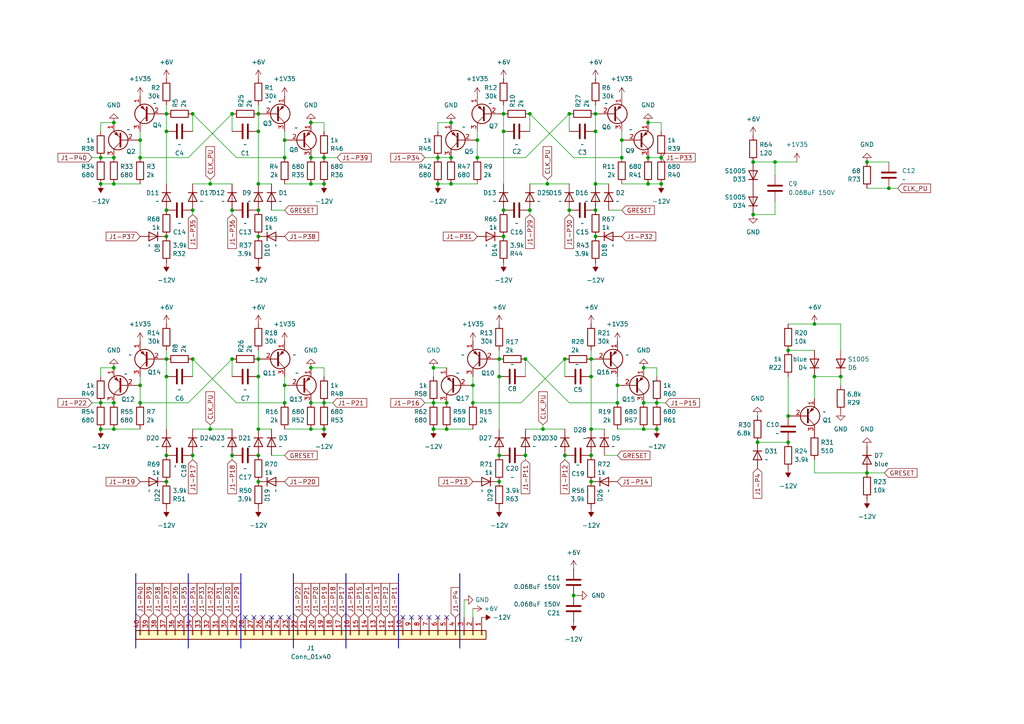
<source format=kicad_sch>
(kicad_sch (version 20250114) (generator "eeschema") (generator_version "9.0")
  (paper "A4")
  (title_block (title "Data620 FF34 Reverse Engineering") (company "robot256 (Tom C)"))
  (junction (at 67.31 132.08))
  (junction (at 74.93 109.22))
  (junction (at 74.93 53.34))
  (junction (at 93.98 53.34))
  (junction (at 172.72 68.58))
  (junction (at 90.17 106.68))
  (junction (at 93.98 124.46))
  (junction (at 48.26 132.08))
  (junction (at 179.07 116.84))
  (junction (at 48.26 109.22))
  (junction (at 172.72 38.1))
  (junction (at 55.88 60.96))
  (junction (at 127 45.72))
  (junction (at 228.6 101.6))
  (junction (at 146.05 60.96))
  (junction (at 144.78 139.7))
  (junction (at 90.17 53.34))
  (junction (at 163.83 104.14))
  (junction (at 153.67 60.96))
  (junction (at 29.21 124.46))
  (junction (at 172.72 53.34))
  (junction (at 144.78 132.08))
  (junction (at 144.78 109.22))
  (junction (at 137.16 116.84))
  (junction (at 138.43 45.72))
  (junction (at 171.45 139.7))
  (junction (at 180.34 45.72))
  (junction (at 129.54 116.84))
  (junction (at 40.64 111.76))
  (junction (at 48.26 33.02))
  (junction (at 138.43 40.64))
  (junction (at 130.81 35.56))
  (junction (at 48.26 38.1))
  (junction (at 191.77 45.72))
  (junction (at 171.45 124.46))
  (junction (at 257.81 54.61))
  (junction (at 165.1 60.96))
  (junction (at 187.96 35.56))
  (junction (at 191.77 53.34))
  (junction (at 171.45 109.22))
  (junction (at 172.72 60.96))
  (junction (at 130.81 45.72))
  (junction (at 90.17 116.84))
  (junction (at 33.02 45.72))
  (junction (at 74.93 68.58))
  (junction (at 125.73 106.68))
  (junction (at 82.55 40.64))
  (junction (at 219.71 128.27))
  (junction (at 33.02 35.56))
  (junction (at 171.45 104.14))
  (junction (at 48.26 68.58))
  (junction (at 146.05 38.1))
  (junction (at 190.5 124.46))
  (junction (at 125.73 116.84))
  (junction (at 82.55 111.76))
  (junction (at 125.73 124.46))
  (junction (at 127 53.34))
  (junction (at 60.96 124.46))
  (junction (at 153.67 33.02))
  (junction (at 40.64 40.64))
  (junction (at 129.54 124.46))
  (junction (at 29.21 53.34))
  (junction (at 190.5 116.84))
  (junction (at 218.44 46.99))
  (junction (at 55.88 132.08))
  (junction (at 187.96 53.34))
  (junction (at 74.93 38.1))
  (junction (at 67.31 104.14))
  (junction (at 137.16 111.76))
  (junction (at 48.26 60.96))
  (junction (at 48.26 139.7))
  (junction (at 74.93 104.14))
  (junction (at 130.81 53.34))
  (junction (at 90.17 35.56))
  (junction (at 186.69 106.68))
  (junction (at 243.84 109.22))
  (junction (at 228.6 128.27))
  (junction (at 171.45 132.08))
  (junction (at 40.64 116.84))
  (junction (at 180.34 40.64))
  (junction (at 158.75 53.34))
  (junction (at 74.93 60.96))
  (junction (at 40.64 45.72))
  (junction (at 157.48 124.46))
  (junction (at 166.37 172.72))
  (junction (at 186.69 124.46))
  (junction (at 33.02 124.46))
  (junction (at 224.79 46.99))
  (junction (at 152.4 132.08))
  (junction (at 33.02 106.68))
  (junction (at 90.17 124.46))
  (junction (at 74.93 33.02))
  (junction (at 33.02 53.34))
  (junction (at 228.6 120.65))
  (junction (at 29.21 116.84))
  (junction (at 251.46 137.16))
  (junction (at 165.1 33.02))
  (junction (at 82.55 45.72))
  (junction (at 152.4 104.14))
  (junction (at 82.55 116.84))
  (junction (at 179.07 111.76))
  (junction (at 29.21 45.72))
  (junction (at 172.72 33.02))
  (junction (at 60.96 53.34))
  (junction (at 187.96 45.72))
  (junction (at 48.26 104.14))
  (junction (at 55.88 104.14))
  (junction (at 146.05 68.58))
  (junction (at 74.93 124.46))
  (junction (at 236.22 109.22))
  (junction (at 186.69 116.84))
  (junction (at 251.46 46.99))
  (junction (at 33.02 116.84))
  (junction (at 218.44 62.23))
  (junction (at 93.98 116.84))
  (junction (at 236.22 93.98))
  (junction (at 144.78 104.14))
  (junction (at 55.88 33.02))
  (junction (at 146.05 33.02))
  (junction (at 67.31 33.02))
  (junction (at 163.83 132.08))
  (junction (at 93.98 45.72))
  (junction (at 67.31 60.96))
  (junction (at 74.93 139.7))
  (junction (at 74.93 132.08))
  (junction (at 90.17 45.72))
  (no_connect (at 73.66 179.07))
  (no_connect (at 116.84 179.07))
  (no_connect (at 119.38 179.07))
  (no_connect (at 78.74 179.07))
  (no_connect (at 81.28 179.07))
  (no_connect (at 71.12 179.07))
  (no_connect (at 83.82 179.07))
  (no_connect (at 129.54 179.07))
  (no_connect (at 124.46 179.07))
  (no_connect (at 127 179.07))
  (no_connect (at 76.2 179.07))
  (no_connect (at 121.92 179.07))
  (wire (pts (xy 90.17 116.84) (xy 93.98 116.84)))
  (wire (pts (xy 180.34 40.64) (xy 180.34 45.72)))
  (wire (pts (xy 68.58 116.84) (xy 55.88 104.14)))
  (wire (pts (xy 224.79 58.42) (xy 224.79 62.23)))
  (wire (pts (xy 48.26 30.48) (xy 48.26 33.02)))
  (wire (pts (xy 82.55 60.96) (xy 78.74 60.96)))
  (wire (pts (xy 130.81 53.34) (xy 138.43 53.34)))
  (polyline (pts (xy 85.09 166.37) (xy 85.09 187.96)) (stroke (width 0.254)))
  (wire (pts (xy 251.46 54.61) (xy 257.81 54.61)))
  (wire (pts (xy 151.13 116.84) (xy 163.83 104.14)))
  (wire (pts (xy 187.96 35.56) (xy 191.77 35.56)))
  (wire (pts (xy 40.64 45.72) (xy 54.61 45.72)))
  (wire (pts (xy 153.67 33.02) (xy 153.67 38.1)))
  (wire (pts (xy 186.69 116.84) (xy 190.5 116.84)))
  (wire (pts (xy 219.71 128.27) (xy 228.6 128.27)))
  (wire (pts (xy 127 53.34) (xy 130.81 53.34)))
  (wire (pts (xy 138.43 40.64) (xy 138.43 45.72)))
  (wire (pts (xy 74.93 101.6) (xy 74.93 104.14)))
  (wire (pts (xy 82.55 111.76) (xy 82.55 116.84)))
  (wire (pts (xy 127 35.56) (xy 127 38.1)))
  (wire (pts (xy 55.88 124.46) (xy 60.96 124.46)))
  (wire (pts (xy 127 45.72) (xy 130.81 45.72)))
  (wire (pts (xy 243.84 93.98) (xy 243.84 101.6)))
  (wire (pts (xy 224.79 46.99) (xy 231.14 46.99)))
  (wire (pts (xy 138.43 45.72) (xy 152.4 45.72)))
  (wire (pts (xy 138.43 40.64) (xy 138.43 38.1)))
  (wire (pts (xy 60.96 53.34) (xy 67.31 53.34)))
  (wire (pts (xy 74.93 30.48) (xy 74.93 33.02)))
  (wire (pts (xy 29.21 45.72) (xy 33.02 45.72)))
  (wire (pts (xy 157.48 123.19) (xy 157.48 124.46)))
  (wire (pts (xy 74.93 53.34) (xy 78.74 53.34)))
  (wire (pts (xy 127 35.56) (xy 130.81 35.56)))
  (wire (pts (xy 190.5 124.46) (xy 186.69 124.46)))
  (wire (pts (xy 165.1 33.02) (xy 165.1 38.1)))
  (wire (pts (xy 165.1 116.84) (xy 152.4 104.14)))
  (wire (pts (xy 163.83 133.35) (xy 163.83 132.08)))
  (wire (pts (xy 228.6 93.98) (xy 236.22 93.98)))
  (wire (pts (xy 67.31 33.02) (xy 67.31 38.1)))
  (wire (pts (xy 82.55 45.72) (xy 82.55 40.64)))
  (wire (pts (xy 228.6 101.6) (xy 236.22 101.6)))
  (wire (pts (xy 152.4 109.22) (xy 152.4 104.14)))
  (wire (pts (xy 171.45 109.22) (xy 171.45 124.46)))
  (wire (pts (xy 33.02 53.34) (xy 40.64 53.34)))
  (wire (pts (xy 90.17 35.56) (xy 93.98 35.56)))
  (wire (pts (xy 157.48 124.46) (xy 163.83 124.46)))
  (wire (pts (xy 191.77 35.56) (xy 191.77 38.1)))
  (wire (pts (xy 55.88 53.34) (xy 60.96 53.34)))
  (wire (pts (xy 26.67 45.72) (xy 29.21 45.72)))
  (polyline (pts (xy 39.37 166.37) (xy 39.37 187.96)) (stroke (width 0.254)))
  (wire (pts (xy 144.78 101.6) (xy 144.78 104.14)))
  (wire (pts (xy 146.05 38.1) (xy 146.05 53.34)))
  (wire (pts (xy 54.61 116.84) (xy 67.31 104.14)))
  (wire (pts (xy 166.37 45.72) (xy 153.67 33.02)))
  (wire (pts (xy 179.07 124.46) (xy 186.69 124.46)))
  (wire (pts (xy 74.93 124.46) (xy 78.74 124.46)))
  (wire (pts (xy 67.31 133.35) (xy 67.31 132.08)))
  (wire (pts (xy 172.72 33.02) (xy 172.72 38.1)))
  (wire (pts (xy 236.22 93.98) (xy 243.84 93.98)))
  (wire (pts (xy 74.93 109.22) (xy 74.93 124.46)))
  (wire (pts (xy 67.31 104.14) (xy 67.31 109.22)))
  (wire (pts (xy 123.19 116.84) (xy 125.73 116.84)))
  (wire (pts (xy 29.21 53.34) (xy 33.02 53.34)))
  (wire (pts (xy 190.5 106.68) (xy 190.5 109.22)))
  (wire (pts (xy 29.21 116.84) (xy 33.02 116.84)))
  (wire (pts (xy 224.79 50.8) (xy 224.79 46.99)))
  (wire (pts (xy 179.07 109.22) (xy 179.07 111.76)))
  (wire (pts (xy 48.26 101.6) (xy 48.26 104.14)))
  (wire (pts (xy 90.17 124.46) (xy 82.55 124.46)))
  (wire (pts (xy 68.58 45.72) (xy 55.88 33.02)))
  (wire (pts (xy 152.4 133.35) (xy 152.4 132.08)))
  (wire (pts (xy 93.98 35.56) (xy 93.98 38.1)))
  (wire (pts (xy 251.46 46.99) (xy 257.81 46.99)))
  (wire (pts (xy 82.55 40.64) (xy 82.55 38.1)))
  (polyline (pts (xy 69.85 166.37) (xy 69.85 187.96)) (stroke (width 0.254)))
  (wire (pts (xy 82.55 45.72) (xy 68.58 45.72)))
  (wire (pts (xy 40.64 109.22) (xy 40.64 111.76)))
  (wire (pts (xy 180.34 53.34) (xy 187.96 53.34)))
  (wire (pts (xy 137.16 116.84) (xy 151.13 116.84)))
  (wire (pts (xy 40.64 116.84) (xy 40.64 111.76)))
  (wire (pts (xy 187.96 45.72) (xy 191.77 45.72)))
  (wire (pts (xy 48.26 104.14) (xy 48.26 109.22)))
  (wire (pts (xy 243.84 109.22) (xy 243.84 111.76)))
  (wire (pts (xy 158.75 52.07) (xy 158.75 53.34)))
  (wire (pts (xy 55.88 133.35) (xy 55.88 132.08)))
  (wire (pts (xy 60.96 124.46) (xy 67.31 124.46)))
  (wire (pts (xy 137.16 176.53) (xy 137.16 179.07)))
  (wire (pts (xy 153.67 53.34) (xy 158.75 53.34)))
  (wire (pts (xy 129.54 124.46) (xy 137.16 124.46)))
  (wire (pts (xy 90.17 53.34) (xy 82.55 53.34)))
  (wire (pts (xy 144.78 104.14) (xy 144.78 109.22)))
  (wire (pts (xy 29.21 124.46) (xy 33.02 124.46)))
  (wire (pts (xy 152.4 124.46) (xy 157.48 124.46)))
  (wire (pts (xy 40.64 40.64) (xy 40.64 45.72)))
  (wire (pts (xy 172.72 30.48) (xy 172.72 33.02)))
  (wire (pts (xy 54.61 45.72) (xy 67.31 33.02)))
  (wire (pts (xy 123.19 45.72) (xy 127 45.72)))
  (wire (pts (xy 236.22 137.16) (xy 236.22 133.35)))
  (wire (pts (xy 175.26 124.46) (xy 171.45 124.46)))
  (wire (pts (xy 163.83 104.14) (xy 163.83 109.22)))
  (wire (pts (xy 90.17 106.68) (xy 93.98 106.68)))
  (wire (pts (xy 48.26 38.1) (xy 48.26 53.34)))
  (wire (pts (xy 137.16 109.22) (xy 137.16 111.76)))
  (wire (pts (xy 67.31 62.23) (xy 67.31 60.96)))
  (wire (pts (xy 158.75 53.34) (xy 165.1 53.34)))
  (wire (pts (xy 55.88 104.14) (xy 55.88 109.22)))
  (wire (pts (xy 40.64 40.64) (xy 40.64 38.1)))
  (wire (pts (xy 48.26 109.22) (xy 48.26 124.46)))
  (polyline (pts (xy 115.57 166.37) (xy 115.57 187.96)) (stroke (width 0.254)))
  (wire (pts (xy 224.79 62.23) (xy 218.44 62.23)))
  (wire (pts (xy 33.02 124.46) (xy 40.64 124.46)))
  (wire (pts (xy 93.98 53.34) (xy 90.17 53.34)))
  (wire (pts (xy 125.73 106.68) (xy 125.73 109.22)))
  (wire (pts (xy 144.78 109.22) (xy 144.78 124.46)))
  (wire (pts (xy 40.64 116.84) (xy 54.61 116.84)))
  (wire (pts (xy 48.26 33.02) (xy 48.26 38.1)))
  (wire (pts (xy 29.21 35.56) (xy 29.21 38.1)))
  (wire (pts (xy 29.21 35.56) (xy 33.02 35.56)))
  (wire (pts (xy 167.64 172.72) (xy 166.37 172.72)))
  (wire (pts (xy 236.22 109.22) (xy 236.22 115.57)))
  (wire (pts (xy 165.1 62.23) (xy 165.1 60.96)))
  (wire (pts (xy 82.55 116.84) (xy 68.58 116.84)))
  (wire (pts (xy 125.73 116.84) (xy 129.54 116.84)))
  (wire (pts (xy 171.45 104.14) (xy 171.45 109.22)))
  (wire (pts (xy 193.04 116.84) (xy 190.5 116.84)))
  (wire (pts (xy 134.62 173.99) (xy 134.62 179.07)))
  (wire (pts (xy 74.93 38.1) (xy 74.93 53.34)))
  (wire (pts (xy 190.5 106.68) (xy 186.69 106.68)))
  (wire (pts (xy 180.34 40.64) (xy 180.34 38.1)))
  (wire (pts (xy 82.55 132.08) (xy 78.74 132.08)))
  (wire (pts (xy 97.79 45.72) (xy 93.98 45.72)))
  (wire (pts (xy 125.73 124.46) (xy 129.54 124.46)))
  (wire (pts (xy 146.05 30.48) (xy 146.05 33.02)))
  (wire (pts (xy 179.07 132.08) (xy 175.26 132.08)))
  (wire (pts (xy 55.88 62.23) (xy 55.88 60.96)))
  (wire (pts (xy 152.4 45.72) (xy 165.1 33.02)))
  (wire (pts (xy 137.16 111.76) (xy 137.16 116.84)))
  (wire (pts (xy 180.34 60.96) (xy 176.53 60.96)))
  (wire (pts (xy 172.72 53.34) (xy 176.53 53.34)))
  (wire (pts (xy 187.96 53.34) (xy 191.77 53.34)))
  (wire (pts (xy 172.72 38.1) (xy 172.72 53.34)))
  (wire (pts (xy 179.07 116.84) (xy 179.07 111.76)))
  (wire (pts (xy 256.54 137.16) (xy 251.46 137.16)))
  (wire (pts (xy 90.17 45.72) (xy 93.98 45.72)))
  (wire (pts (xy 236.22 109.22) (xy 243.84 109.22)))
  (wire (pts (xy 125.73 106.68) (xy 129.54 106.68)))
  (wire (pts (xy 55.88 33.02) (xy 55.88 38.1)))
  (wire (pts (xy 218.44 46.99) (xy 224.79 46.99)))
  (polyline (pts (xy 54.61 166.37) (xy 54.61 187.96)) (stroke (width 0.254)))
  (wire (pts (xy 74.93 104.14) (xy 74.93 109.22)))
  (wire (pts (xy 171.45 101.6) (xy 171.45 104.14)))
  (wire (pts (xy 74.93 33.02) (xy 74.93 38.1)))
  (wire (pts (xy 228.6 109.22) (xy 228.6 120.65)))
  (wire (pts (xy 60.96 52.07) (xy 60.96 53.34)))
  (wire (pts (xy 29.21 106.68) (xy 33.02 106.68)))
  (wire (pts (xy 180.34 45.72) (xy 166.37 45.72)))
  (wire (pts (xy 90.17 124.46) (xy 93.98 124.46)))
  (wire (pts (xy 146.05 33.02) (xy 146.05 38.1)))
  (wire (pts (xy 260.35 54.61) (xy 257.81 54.61)))
  (wire (pts (xy 93.98 106.68) (xy 93.98 109.22)))
  (wire (pts (xy 26.67 116.84) (xy 29.21 116.84)))
  (wire (pts (xy 29.21 106.68) (xy 29.21 109.22)))
  (polyline (pts (xy 100.33 166.37) (xy 100.33 187.96)) (stroke (width 0.254)))
  (wire (pts (xy 96.52 116.84) (xy 93.98 116.84)))
  (polyline (pts (xy 133.35 166.37) (xy 133.35 187.96)) (stroke (width 0.254)))
  (wire (pts (xy 60.96 123.19) (xy 60.96 124.46)))
  (wire (pts (xy 236.22 137.16) (xy 251.46 137.16)))
  (wire (pts (xy 153.67 62.23) (xy 153.67 60.96)))
  (wire (pts (xy 179.07 116.84) (xy 165.1 116.84)))
  (wire (pts (xy 82.55 109.22) (xy 82.55 111.76)))
  (global_label "GRESET" (shape input) (at 82.55 132.08 0) (property "Intersheetrefs" "${INTERSHEET_REFS}" (effects (hide yes))))
  (global_label "J1-P22" (shape input) (at 86.36 179.07 90) (property "Intersheetrefs" "${INTERSHEET_REFS}" (effects (hide yes))))
  (global_label "J1-P20" (shape input) (at 82.55 139.7 0) (property "Intersheetrefs" "${INTERSHEET_REFS}" (effects (hide yes))))
  (global_label "J1-P22" (shape input) (at 26.67 116.84 180) (property "Intersheetrefs" "${INTERSHEET_REFS}" (effects (hide yes))))
  (global_label "J1-P31" (shape input) (at 63.5 179.07 90) (property "Intersheetrefs" "${INTERSHEET_REFS}" (effects (hide yes))))
  (global_label "J1-P15" (shape input) (at 104.14 179.07 90) (property "Intersheetrefs" "${INTERSHEET_REFS}" (effects (hide yes))))
  (global_label "J1-P33" (shape input) (at 191.77 45.72 0) (property "Intersheetrefs" "${INTERSHEET_REFS}" (effects (hide yes))))
  (global_label "J1-P39" (shape input) (at 97.79 45.72 0) (property "Intersheetrefs" "${INTERSHEET_REFS}" (effects (hide yes))))
  (global_label "J1-P21" (shape input) (at 96.52 116.84 0) (property "Intersheetrefs" "${INTERSHEET_REFS}" (effects (hide yes))))
  (global_label "J1-P29" (shape input) (at 68.58 179.07 90) (property "Intersheetrefs" "${INTERSHEET_REFS}" (effects (hide yes))))
  (global_label "J1-P34" (shape input) (at 55.88 179.07 90) (property "Intersheetrefs" "${INTERSHEET_REFS}" (effects (hide yes))))
  (global_label "GRESET" (shape input) (at 179.07 132.08 0) (property "Intersheetrefs" "${INTERSHEET_REFS}" (effects (hide yes))))
  (global_label "J1-P36" (shape input) (at 50.8 179.07 90) (property "Intersheetrefs" "${INTERSHEET_REFS}" (effects (hide yes))))
  (global_label "J1-P37" (shape input) (at 40.64 68.58 180) (property "Intersheetrefs" "${INTERSHEET_REFS}" (effects (hide yes))))
  (global_label "J1-P34" (shape input) (at 123.19 45.72 180) (property "Intersheetrefs" "${INTERSHEET_REFS}" (effects (hide yes))))
  (global_label "J1-P12" (shape input) (at 163.83 133.35 270) (property "Intersheetrefs" "${INTERSHEET_REFS}" (effects (hide yes))))
  (global_label "J1-P30" (shape input) (at 165.1 62.23 270) (property "Intersheetrefs" "${INTERSHEET_REFS}" (effects (hide yes))))
  (global_label "J1-P18" (shape input) (at 96.52 179.07 90) (property "Intersheetrefs" "${INTERSHEET_REFS}" (effects (hide yes))))
  (global_label "J1-P4" (shape input) (at 219.71 135.89 270) (property "Intersheetrefs" "${INTERSHEET_REFS}" (effects (hide yes))))
  (global_label "J1-P39" (shape input) (at 43.18 179.07 90) (property "Intersheetrefs" "${INTERSHEET_REFS}" (effects (hide yes))))
  (global_label "GRESET" (shape input) (at 180.34 60.96 0) (property "Intersheetrefs" "${INTERSHEET_REFS}" (effects (hide yes))))
  (global_label "J1-P17" (shape input) (at 55.88 133.35 270) (property "Intersheetrefs" "${INTERSHEET_REFS}" (effects (hide yes))))
  (global_label "J1-P16" (shape input) (at 123.19 116.84 180) (property "Intersheetrefs" "${INTERSHEET_REFS}" (effects (hide yes))))
  (global_label "GRESET" (shape input) (at 256.54 137.16 0) (property "Intersheetrefs" "${INTERSHEET_REFS}" (effects (hide yes))))
  (global_label "J1-P13" (shape input) (at 109.22 179.07 90) (property "Intersheetrefs" "${INTERSHEET_REFS}" (effects (hide yes))))
  (global_label "J1-P38" (shape input) (at 45.72 179.07 90) (property "Intersheetrefs" "${INTERSHEET_REFS}" (effects (hide yes))))
  (global_label "J1-P20" (shape input) (at 91.44 179.07 90) (property "Intersheetrefs" "${INTERSHEET_REFS}" (effects (hide yes))))
  (global_label "J1-P14" (shape input) (at 106.68 179.07 90) (property "Intersheetrefs" "${INTERSHEET_REFS}" (effects (hide yes))))
  (global_label "CLK_PU" (shape input) (at 158.75 52.07 90) (property "Intersheetrefs" "${INTERSHEET_REFS}" (effects (hide yes))))
  (global_label "J1-P33" (shape input) (at 58.42 179.07 90) (property "Intersheetrefs" "${INTERSHEET_REFS}" (effects (hide yes))))
  (global_label "J1-P35" (shape input) (at 55.88 62.23 270) (property "Intersheetrefs" "${INTERSHEET_REFS}" (effects (hide yes))))
  (global_label "J1-P16" (shape input) (at 101.6 179.07 90) (property "Intersheetrefs" "${INTERSHEET_REFS}" (effects (hide yes))))
  (global_label "J1-P12" (shape input) (at 111.76 179.07 90) (property "Intersheetrefs" "${INTERSHEET_REFS}" (effects (hide yes))))
  (global_label "J1-P40" (shape input) (at 26.67 45.72 180) (property "Intersheetrefs" "${INTERSHEET_REFS}" (effects (hide yes))))
  (global_label "J1-P31" (shape input) (at 138.43 68.58 180) (property "Intersheetrefs" "${INTERSHEET_REFS}" (effects (hide yes))))
  (global_label "J1-P32" (shape input) (at 60.96 179.07 90) (property "Intersheetrefs" "${INTERSHEET_REFS}" (effects (hide yes))))
  (global_label "CLK_PU" (shape input) (at 260.35 54.61 0) (property "Intersheetrefs" "${INTERSHEET_REFS}" (effects (hide yes))))
  (global_label "J1-P36" (shape input) (at 67.31 62.23 270) (property "Intersheetrefs" "${INTERSHEET_REFS}" (effects (hide yes))))
  (global_label "CLK_PU" (shape input) (at 60.96 123.19 90) (property "Intersheetrefs" "${INTERSHEET_REFS}" (effects (hide yes))))
  (global_label "J1-P32" (shape input) (at 180.34 68.58 0) (property "Intersheetrefs" "${INTERSHEET_REFS}" (effects (hide yes))))
  (global_label "GRESET" (shape input) (at 82.55 60.96 0) (property "Intersheetrefs" "${INTERSHEET_REFS}" (effects (hide yes))))
  (global_label "J1-P13" (shape input) (at 137.16 139.7 180) (property "Intersheetrefs" "${INTERSHEET_REFS}" (effects (hide yes))))
  (global_label "J1-P37" (shape input) (at 48.26 179.07 90) (property "Intersheetrefs" "${INTERSHEET_REFS}" (effects (hide yes))))
  (global_label "J1-P11" (shape input) (at 152.4 133.35 270) (property "Intersheetrefs" "${INTERSHEET_REFS}" (effects (hide yes))))
  (global_label "J1-P18" (shape input) (at 67.31 133.35 270) (property "Intersheetrefs" "${INTERSHEET_REFS}" (effects (hide yes))))
  (global_label "J1-P15" (shape input) (at 193.04 116.84 0) (property "Intersheetrefs" "${INTERSHEET_REFS}" (effects (hide yes))))
  (global_label "J1-P21" (shape input) (at 88.9 179.07 90) (property "Intersheetrefs" "${INTERSHEET_REFS}" (effects (hide yes))))
  (global_label "J1-P30" (shape input) (at 66.04 179.07 90) (property "Intersheetrefs" "${INTERSHEET_REFS}" (effects (hide yes))))
  (global_label "CLK_PU" (shape input) (at 60.96 52.07 90) (property "Intersheetrefs" "${INTERSHEET_REFS}" (effects (hide yes))))
  (global_label "J1-P40" (shape input) (at 40.64 179.07 90) (property "Intersheetrefs" "${INTERSHEET_REFS}" (effects (hide yes))))
  (global_label "J1-P35" (shape input) (at 53.34 179.07 90) (property "Intersheetrefs" "${INTERSHEET_REFS}" (effects (hide yes))))
  (global_label "J1-P38" (shape input) (at 82.55 68.58 0) (property "Intersheetrefs" "${INTERSHEET_REFS}" (effects (hide yes))))
  (global_label "J1-P17" (shape input) (at 99.06 179.07 90) (property "Intersheetrefs" "${INTERSHEET_REFS}" (effects (hide yes))))
  (global_label "J1-P19" (shape input) (at 40.64 139.7 180) (property "Intersheetrefs" "${INTERSHEET_REFS}" (effects (hide yes))))
  (global_label "J1-P14" (shape input) (at 179.07 139.7 0) (property "Intersheetrefs" "${INTERSHEET_REFS}" (effects (hide yes))))
  (global_label "J1-P29" (shape input) (at 153.67 62.23 270) (property "Intersheetrefs" "${INTERSHEET_REFS}" (effects (hide yes))))
  (global_label "J1-P19" (shape input) (at 93.98 179.07 90) (property "Intersheetrefs" "${INTERSHEET_REFS}" (effects (hide yes))))
  (global_label "J1-P11" (shape input) (at 114.3 179.07 90) (property "Intersheetrefs" "${INTERSHEET_REFS}" (effects (hide yes))))
  (global_label "CLK_PU" (shape input) (at 157.48 123.19 90) (property "Intersheetrefs" "${INTERSHEET_REFS}" (effects (hide yes))))
  (global_label "J1-P4" (shape input) (at 132.08 179.07 90) (property "Intersheetrefs" "${INTERSHEET_REFS}" (effects (hide yes))))
  (symbol (lib_id "Device:R") (at 125.73 113.03 180) (unit 1)
    (property "Reference" "R58" (at 123.952 114.2422 0) (effects (justify left)))
    (property "Value" "1k" (at 123.952 111.8179 0) (effects (justify left)))
    (property "Footprint" "Resistor_THT:R_Axial_DIN0309_L9.0mm_D3.2mm_P15.24mm_Horizontal" (effects (hide yes)))
  )
  (symbol (lib_id "Device:R") (at 29.21 113.03 180) (unit 1)
    (property "Reference" "R49" (at 27.432 114.2422 0) (effects (justify left)))
    (property "Value" "1k" (at 27.432 111.8179 0) (effects (justify left)))
    (property "Footprint" "Resistor_THT:R_Axial_DIN0309_L9.0mm_D3.2mm_P15.24mm_Horizontal" (effects (hide yes)))
  )
  (symbol (lib_id "Device:R") (at 48.26 64.77 0) (mirror y) (unit 1)
    (property "Reference" "R68" (at 46.482 63.5578 0) (effects (justify left)))
    (property "Value" "1k" (at 46.482 65.9821 0) (effects (justify left)))
    (property "Footprint" "Resistor_THT:R_Axial_DIN0309_L9.0mm_D3.2mm_P15.24mm_Horizontal" (effects (hide yes)))
  )
  (symbol (lib_id "Device:C") (at 52.07 38.1 270) (unit 1)
    (property "Reference" "C4" (at 52.07 44.45 90))
    (property "Value" "~" (at 52.07 41.91 90))
    (property "Footprint" "Capacitor_THT:C_Rect_L9.0mm_W2.7mm_P7.50mm_MKT" (effects (hide yes)))
  )
  (symbol (lib_id "power:+6V") (at 218.44 39.37 0) (unit 1)
    (property "Reference" "#PWR010" (effects (hide yes)))
    (property "Value" "+6V" (at 218.44 34.524 0))
    (property "Description" "Power symbol creates a global label with name \"+6V\"" (effects (hide yes)))
  )
  (symbol (lib_id "Device:R") (at 129.54 120.65 0) (unit 1)
    (property "Reference" "R59" (at 131.318 119.4378 0) (effects (justify left)))
    (property "Value" "680" (at 131.318 121.8621 0) (effects (justify left)))
    (property "Footprint" "Resistor_THT:R_Axial_DIN0309_L9.0mm_D3.2mm_P15.24mm_Horizontal" (effects (hide yes)))
  )
  (symbol (lib_id "power:+1V35") (at 40.64 99.06 0) (mirror y) (unit 1)
    (property "Reference" "#PWR063" (effects (hide yes)))
    (property "Value" "+1V35" (at 40.64 93.98 0))
    (property "Description" "Power symbol creates a global label with name \"+1V35\"" (effects (hide yes)))
  )
  (symbol (lib_id "Device:R") (at 171.45 97.79 0) (unit 1)
    (property "Reference" "R21" (at 173.228 96.5778 0) (effects (justify left)))
    (property "Value" "30k" (at 173.228 99.0021 0) (effects (justify left)))
    (property "Footprint" "Resistor_THT:R_Axial_DIN0309_L9.0mm_D3.2mm_P15.24mm_Horizontal" (effects (hide yes)))
  )
  (symbol (lib_id "Device:C") (at 168.91 60.96 90) (mirror x) (unit 1)
    (property "Reference" "C15" (at 168.91 67.31 90))
    (property "Value" "~" (at 168.91 64.77 90))
    (property "Footprint" "Capacitor_THT:C_Rect_L9.0mm_W2.7mm_P7.50mm_MKT" (effects (hide yes)))
  )
  (symbol (lib_id "power:GND") (at 251.46 129.54 180) (unit 1)
    (property "Reference" "#PWR041" (effects (hide yes)))
    (property "Value" "GND" (at 251.46 124.46 0))
    (property "Description" "Power symbol creates a global label with name \"GND\" , ground" (effects (hide yes)))
  )
  (symbol (lib_id "Device:R") (at 71.12 33.02 90) (unit 1)
    (property "Reference" "R25" (at 69.9078 31.242 0) (effects (justify left)))
    (property "Value" "2k" (at 72.3321 31.242 0) (effects (justify left)))
    (property "Footprint" "Resistor_THT:R_Axial_DIN0309_L9.0mm_D3.2mm_P15.24mm_Horizontal" (effects (hide yes)))
  )
  (symbol (lib_id "Device:C") (at 71.12 38.1 270) (unit 1)
    (property "Reference" "C1" (at 71.12 44.45 90))
    (property "Value" "~" (at 71.12 41.91 90))
    (property "Footprint" "Capacitor_THT:C_Rect_L9.0mm_W2.7mm_P7.50mm_MKT" (effects (hide yes)))
  )
  (symbol (lib_id "Device:R") (at 168.91 33.02 90) (unit 1)
    (property "Reference" "R27" (at 167.6978 31.242 0) (effects (justify left)))
    (property "Value" "2k" (at 170.1221 31.242 0) (effects (justify left)))
    (property "Footprint" "Resistor_THT:R_Axial_DIN0309_L9.0mm_D3.2mm_P15.24mm_Horizontal" (effects (hide yes)))
  )
  (symbol (lib_id "power:-12V") (at 29.21 124.46 180) (unit 1)
    (property "Reference" "#PWR025" (effects (hide yes)))
    (property "Value" "-12V" (at 29.21 129.54 0))
    (property "Description" "Power symbol creates a global label with name \"-12V\"" (effects (hide yes)))
  )
  (symbol (lib_id "Device:C") (at 228.6 124.46 0) (unit 1)
    (property "Reference" "C10" (at 226.06 123.19 0) (effects (justify right)))
    (property "Value" "~" (at 226.06 125.73 0) (effects (justify right)))
    (property "Footprint" "Capacitor_THT:C_Rect_L9.0mm_W2.7mm_P7.50mm_MKT" (effects (hide yes)))
  )
  (symbol (lib_id "Diode:1N4148") (at 67.31 57.15 90) (mirror x) (unit 1)
    (property "Reference" "D12" (at 65.278 55.9378 90) (effects (justify left)))
    (property "Value" "~" (at 65.278 58.3621 90) (effects (justify left)))
    (property "Footprint" "Diode_THT:D_DO-41_SOD81_P12.70mm_Horizontal" (effects (hide yes)))
  )
  (symbol (lib_id "Diode:1N4148") (at 163.83 128.27 90) (mirror x) (unit 1)
    (property "Reference" "D30" (at 161.798 127.0578 90) (effects (justify left)))
    (property "Value" "~" (at 161.798 129.4821 90) (effects (justify left)))
    (property "Footprint" "Diode_THT:D_DO-41_SOD81_P12.70mm_Horizontal" (effects (hide yes)))
  )
  (symbol (lib_id "power:GND") (at 187.96 35.56 180) (unit 1)
    (property "Reference" "#PWR046" (effects (hide yes)))
    (property "Value" "GND" (at 187.96 30.48 0))
    (property "Description" "Power symbol creates a global label with name \"GND\" , ground" (effects (hide yes)))
  )
  (symbol (lib_id "Diode:1N4148") (at 44.45 68.58 180) (unit 1)
    (property "Reference" "D8" (at 45.6622 70.612 90) (effects (justify left)))
    (property "Value" "~" (at 43.2379 70.612 90) (effects (justify left)))
    (property "Footprint" "Diode_THT:D_DO-41_SOD81_P12.70mm_Horizontal" (effects (hide yes)))
  )
  (symbol (lib_id "power:+6V") (at 171.45 93.98 0) (unit 1)
    (property "Reference" "#PWR013" (effects (hide yes)))
    (property "Value" "+6V" (at 171.45 89.134 0))
    (property "Description" "Power symbol creates a global label with name \"+6V\"" (effects (hide yes)))
  )
  (symbol (lib_id "power:GND") (at 130.81 35.56 0) (mirror x) (unit 1)
    (property "Reference" "#PWR045" (effects (hide yes)))
    (property "Value" "GND" (at 130.81 30.48 0))
    (property "Description" "Power symbol creates a global label with name \"GND\" , ground" (effects (hide yes)))
  )
  (symbol (lib_id "Diode:1N4148") (at 251.46 133.35 270) (unit 1)
    (property "Reference" "D7" (at 253.492 132.1378 90) (effects (justify left)))
    (property "Value" "blue" (at 253.492 134.5621 90) (effects (justify left)))
    (property "Footprint" "Diode_THT:D_DO-41_SOD81_P12.70mm_Horizontal" (effects (hide yes)))
  )
  (symbol (lib_id "Device:R") (at 146.05 72.39 0) (mirror x) (unit 1)
    (property "Reference" "R44" (at 147.828 73.6022 0) (effects (justify left)))
    (property "Value" "3.9k" (at 147.828 71.1779 0) (effects (justify left)))
    (property "Footprint" "Resistor_THT:R_Axial_DIN0309_L9.0mm_D3.2mm_P15.24mm_Horizontal" (effects (hide yes)))
  )
  (symbol (lib_id "power:GND") (at 90.17 35.56 180) (unit 1)
    (property "Reference" "#PWR044" (effects (hide yes)))
    (property "Value" "GND" (at 90.17 30.48 0))
    (property "Description" "Power symbol creates a global label with name \"GND\" , ground" (effects (hide yes)))
  )
  (symbol (lib_id "Device:R") (at 171.45 143.51 0) (mirror y) (unit 1)
    (property "Reference" "R56" (at 169.672 142.2978 0) (effects (justify left)))
    (property "Value" "3.9k" (at 169.672 144.7221 0) (effects (justify left)))
    (property "Footprint" "Resistor_THT:R_Axial_DIN0309_L9.0mm_D3.2mm_P15.24mm_Horizontal" (effects (hide yes)))
  )
  (symbol (lib_id "power:GND") (at 186.69 106.68 180) (unit 1)
    (property "Reference" "#PWR034" (effects (hide yes)))
    (property "Value" "GND" (at 186.69 101.6 0))
    (property "Description" "Power symbol creates a global label with name \"GND\" , ground" (effects (hide yes)))
  )
  (symbol (lib_id "Diode:1N4148") (at 78.74 128.27 270) (unit 1)
    (property "Reference" "D3" (at 80.772 127.0578 90) (effects (justify left)))
    (property "Value" "~" (at 80.772 129.4821 90) (effects (justify left)))
    (property "Footprint" "Diode_THT:D_DO-41_SOD81_P12.70mm_Horizontal" (effects (hide yes)))
  )
  (symbol (lib_id "power:-12V") (at 228.6 135.89 180) (unit 1)
    (property "Reference" "#PWR09" (effects (hide yes)))
    (property "Value" "-12V" (at 228.6 140.97 0))
    (property "Description" "Power symbol creates a global label with name \"-12V\"" (effects (hide yes)))
  )
  (symbol (lib_id "power:+1V35") (at 82.55 99.06 0) (unit 1)
    (property "Reference" "#PWR062" (effects (hide yes)))
    (property "Value" "+1V35" (at 82.55 93.98 0))
    (property "Description" "Power symbol creates a global label with name \"+1V35\"" (effects (hide yes)))
  )
  (symbol (lib_id "Device:R") (at 93.98 120.65 0) (mirror x) (unit 1)
    (property "Reference" "R53" (at 95.758 121.8622 0) (effects (justify left)))
    (property "Value" "680" (at 95.758 119.4379 0) (effects (justify left)))
    (property "Footprint" "Resistor_THT:R_Axial_DIN0309_L9.0mm_D3.2mm_P15.24mm_Horizontal" (effects (hide yes)))
  )
  (symbol (lib_id "Diode:1N4148") (at 176.53 68.58 0) (mirror x) (unit 1)
    (property "Reference" "D18" (at 175.3178 70.612 90) (effects (justify left)))
    (property "Value" "~" (at 177.7421 70.612 90) (effects (justify left)))
    (property "Footprint" "Diode_THT:D_DO-41_SOD81_P12.70mm_Horizontal" (effects (hide yes)))
  )
  (symbol (lib_id "Device:C") (at 224.79 54.61 0) (mirror y) (unit 1)
    (property "Reference" "C9" (at 228.6 53.3399 0) (effects (justify right)))
    (property "Value" "0.068uF 150V" (at 228.6 55.8799 0) (effects (justify right)))
    (property "Footprint" "Capacitor_THT:C_Axial_L17.0mm_D7.0mm_P25.00mm_Horizontal" (effects (hide yes)))
  )
  (symbol (lib_id "Device:R") (at 48.26 72.39 0) (mirror x) (unit 1)
    (property "Reference" "R32" (at 50.038 73.6022 0) (effects (justify left)))
    (property "Value" "3.9k" (at 50.038 71.1779 0) (effects (justify left)))
    (property "Footprint" "Resistor_THT:R_Axial_DIN0309_L9.0mm_D3.2mm_P15.24mm_Horizontal" (effects (hide yes)))
  )
  (symbol (lib_id "power:-12V") (at 146.05 76.2 180) (unit 1)
    (property "Reference" "#PWR026" (effects (hide yes)))
    (property "Value" "-12V" (at 146.05 81.28 0))
    (property "Description" "Power symbol creates a global label with name \"-12V\"" (effects (hide yes)))
  )
  (symbol (lib_id "Device:R") (at 93.98 113.03 0) (mirror x) (unit 1)
    (property "Reference" "R48" (at 95.758 114.2422 0) (effects (justify left)))
    (property "Value" "1k" (at 95.758 111.8179 0) (effects (justify left)))
    (property "Footprint" "Resistor_THT:R_Axial_DIN0309_L9.0mm_D3.2mm_P15.24mm_Horizontal" (effects (hide yes)))
  )
  (symbol (lib_id "Diode:1N4148") (at 218.44 58.42 90) (unit 1)
    (property "Reference" "D34" (at 216.408 59.6322 90) (effects (justify left)))
    (property "Value" "S1005" (at 216.408 57.2079 90) (effects (justify left)))
    (property "Footprint" "Diode_THT:D_DO-41_SOD81_P12.70mm_Horizontal" (effects (hide yes)))
  )
  (symbol (lib_id "power:-12V") (at 139.7 179.07 270) (unit 1)
    (property "Reference" "#PWR039" (effects (hide yes)))
    (property "Value" "-12V" (at 142.875 179.07 90) (effects (justify left)))
    (property "Description" "Power symbol creates a global label with name \"-12V\"" (effects (hide yes)))
  )
  (symbol (lib_id "Device:C") (at 168.91 38.1 270) (unit 1)
    (property "Reference" "C3" (at 168.91 44.196 90))
    (property "Value" "~" (at 168.91 41.91 90))
    (property "Footprint" "Capacitor_THT:C_Rect_L9.0mm_W2.7mm_P7.50mm_MKT" (effects (hide yes)))
  )
  (symbol (lib_id "Diode:1N4148") (at 78.74 57.15 270) (unit 1)
    (property "Reference" "D1" (at 80.772 55.9378 90) (effects (justify left)))
    (property "Value" "~" (at 80.772 58.3621 90) (effects (justify left)))
    (property "Footprint" "Diode_THT:D_DO-41_SOD81_P12.70mm_Horizontal" (effects (hide yes)))
  )
  (symbol (lib_id "Device:R") (at 33.02 49.53 0) (unit 1)
    (property "Reference" "R33" (at 34.798 48.3178 0) (effects (justify left)))
    (property "Value" "680" (at 34.798 50.7421 0) (effects (justify left)))
    (property "Footprint" "Resistor_THT:R_Axial_DIN0309_L9.0mm_D3.2mm_P15.24mm_Horizontal" (effects (hide yes)))
  )
  (symbol (lib_id "Device:Q_PNP_EBC") (at 87.63 40.64 0) (mirror x) (unit 1)
    (property "Reference" "Q8" (at 83.82 43.434 0) (effects (justify left)))
    (property "Value" "~" (at 85.344 37.084 0) (effects (justify left)))
    (property "Footprint" "Package_TO_SOT_THT:TO-5-3" (effects (hide yes)))
    (property "Description" "PNP transistor, emitter/base/collector" (effects (hide yes)))
  )
  (symbol (lib_id "Device:R") (at 180.34 49.53 0) (mirror y) (unit 1)
    (property "Reference" "R11" (at 178.562 48.3178 0) (effects (justify left)))
    (property "Value" "2k" (at 178.562 50.7421 0) (effects (justify left)))
    (property "Footprint" "Resistor_THT:R_Axial_DIN0309_L9.0mm_D3.2mm_P15.24mm_Horizontal" (effects (hide yes)))
  )
  (symbol (lib_id "Device:R") (at 146.05 26.67 0) (mirror y) (unit 1)
    (property "Reference" "R12" (at 144.272 25.4578 0) (effects (justify left)))
    (property "Value" "30k" (at 144.272 27.8821 0) (effects (justify left)))
    (property "Footprint" "Resistor_THT:R_Axial_DIN0309_L9.0mm_D3.2mm_P15.24mm_Horizontal" (effects (hide yes)))
  )
  (symbol (lib_id "Device:C") (at 52.07 60.96 270) (unit 1)
    (property "Reference" "C14" (at 52.07 67.31 90))
    (property "Value" "~" (at 52.07 64.77 90))
    (property "Footprint" "Capacitor_THT:C_Rect_L9.0mm_W2.7mm_P7.50mm_MKT" (effects (hide yes)))
  )
  (symbol (lib_id "Diode:1N4148") (at 142.24 68.58 180) (unit 1)
    (property "Reference" "D14" (at 143.4522 70.612 90) (effects (justify left)))
    (property "Value" "~" (at 141.0279 70.612 90) (effects (justify left)))
    (property "Footprint" "Diode_THT:D_DO-41_SOD81_P12.70mm_Horizontal" (effects (hide yes)))
  )
  (symbol (lib_id "power:-12V") (at 191.77 53.34 180) (unit 1)
    (property "Reference" "#PWR027" (effects (hide yes)))
    (property "Value" "-12V" (at 191.77 58.42 0))
    (property "Description" "Power symbol creates a global label with name \"-12V\"" (effects (hide yes)))
  )
  (symbol (lib_id "power:+6V") (at 74.93 22.86 0) (unit 1)
    (property "Reference" "#PWR019" (effects (hide yes)))
    (property "Value" "+6V" (at 74.93 18.014 0))
    (property "Description" "Power symbol creates a global label with name \"+6V\"" (effects (hide yes)))
  )
  (symbol (lib_id "Device:C") (at 149.86 60.96 270) (mirror x) (unit 1)
    (property "Reference" "C16" (at 149.86 67.31 90))
    (property "Value" "~" (at 149.86 64.77 90))
    (property "Footprint" "Capacitor_THT:C_Rect_L9.0mm_W2.7mm_P7.50mm_MKT" (effects (hide yes)))
  )
  (symbol (lib_id "power:+1V35") (at 179.07 99.06 0) (unit 1)
    (property "Reference" "#PWR036" (effects (hide yes)))
    (property "Value" "+1V35" (at 179.07 93.98 0))
    (property "Description" "Power symbol creates a global label with name \"+1V35\"" (effects (hide yes)))
  )
  (symbol (lib_id "Device:R") (at 190.5 120.65 0) (mirror x) (unit 1)
    (property "Reference" "R61" (at 192.278 121.8622 0) (effects (justify left)))
    (property "Value" "680" (at 192.278 119.4379 0) (effects (justify left)))
    (property "Footprint" "Resistor_THT:R_Axial_DIN0309_L9.0mm_D3.2mm_P15.24mm_Horizontal" (effects (hide yes)))
  )
  (symbol (lib_id "Device:R") (at 125.73 120.65 0) (mirror y) (unit 1)
    (property "Reference" "R62" (at 123.952 119.4378 0) (effects (justify left)))
    (property "Value" "680" (at 123.952 121.8621 0) (effects (justify left)))
    (property "Footprint" "Resistor_THT:R_Axial_DIN0309_L9.0mm_D3.2mm_P15.24mm_Horizontal" (effects (hide yes)))
  )
  (symbol (lib_id "Device:R") (at 74.93 143.51 0) (mirror y) (unit 1)
    (property "Reference" "R50" (at 73.152 142.2978 0) (effects (justify left)))
    (property "Value" "3.9k" (at 73.152 144.7221 0) (effects (justify left)))
    (property "Footprint" "Resistor_THT:R_Axial_DIN0309_L9.0mm_D3.2mm_P15.24mm_Horizontal" (effects (hide yes)))
  )
  (symbol (lib_id "Device:C") (at 52.07 132.08 270) (mirror x) (unit 1)
    (property "Reference" "C18" (at 53.3401 134.62 0) (effects (justify right)))
    (property "Value" "~" (at 50.8001 134.62 0) (effects (justify right)))
    (property "Footprint" "Capacitor_THT:C_Rect_L9.0mm_W2.7mm_P7.50mm_MKT" (effects (hide yes)))
  )
  (symbol (lib_id "Device:R") (at 190.5 113.03 0) (mirror x) (unit 1)
    (property "Reference" "R60" (at 192.278 114.2422 0) (effects (justify left)))
    (property "Value" "1k" (at 192.278 111.8179 0) (effects (justify left)))
    (property "Footprint" "Resistor_THT:R_Axial_DIN0309_L9.0mm_D3.2mm_P15.24mm_Horizontal" (effects (hide yes)))
  )
  (symbol (lib_id "Device:R") (at 191.77 41.91 0) (mirror x) (unit 1)
    (property "Reference" "R39" (at 193.548 43.1222 0) (effects (justify left)))
    (property "Value" "1k" (at 193.548 40.6979 0) (effects (justify left)))
    (property "Footprint" "Resistor_THT:R_Axial_DIN0309_L9.0mm_D3.2mm_P15.24mm_Horizontal" (effects (hide yes)))
  )
  (symbol (lib_id "Device:R") (at 40.64 49.53 0) (unit 1)
    (property "Reference" "R3" (at 42.418 48.3178 0) (effects (justify left)))
    (property "Value" "2k" (at 42.418 50.7421 0) (effects (justify left)))
    (property "Footprint" "Resistor_THT:R_Axial_DIN0309_L9.0mm_D3.2mm_P15.24mm_Horizontal" (effects (hide yes)))
  )
  (symbol (lib_id "Device:C") (at 71.12 109.22 270) (unit 1)
    (property "Reference" "C7" (at 71.12 115.57 90))
    (property "Value" "~" (at 71.12 113.03 90))
    (property "Footprint" "Capacitor_THT:C_Rect_L9.0mm_W2.7mm_P7.50mm_MKT" (effects (hide yes)))
  )
  (symbol (lib_id "Device:Q_PNP_EBC") (at 233.68 120.65 0) (mirror x) (unit 1)
    (property "Reference" "Q1" (at 238.5314 121.8622 0) (effects (justify left)))
    (property "Value" "~" (at 238.5314 119.4379 0) (effects (justify left)))
    (property "Footprint" "Package_TO_SOT_THT:TO-5-3" (effects (hide yes)))
    (property "Description" "PNP transistor, emitter/base/collector" (effects (hide yes)))
  )
  (symbol (lib_id "Device:R") (at 130.81 49.53 0) (unit 1)
    (property "Reference" "R47" (at 132.588 48.3178 0) (effects (justify left)))
    (property "Value" "680" (at 132.588 50.7421 0) (effects (justify left)))
    (property "Footprint" "Resistor_THT:R_Axial_DIN0309_L9.0mm_D3.2mm_P15.24mm_Horizontal" (effects (hide yes)))
  )
  (symbol (lib_id "Diode:1N4148") (at 140.97 139.7 180) (unit 1)
    (property "Reference" "D29" (at 142.1822 141.732 90) (effects (justify left)))
    (property "Value" "~" (at 139.7579 141.732 90) (effects (justify left)))
    (property "Footprint" "Diode_THT:D_DO-41_SOD81_P12.70mm_Horizontal" (effects (hide yes)))
  )
  (symbol (lib_id "power:+6V") (at 137.16 176.53 270) (unit 1)
    (property "Reference" "#PWR01" (effects (hide yes)))
    (property "Value" "+6V" (at 140.335 176.53 90) (effects (justify left)))
    (property "Description" "Power symbol creates a global label with name \"+6V\"" (effects (hide yes)))
  )
  (symbol (lib_id "Device:R") (at 48.26 135.89 0) (mirror y) (unit 1)
    (property "Reference" "R69" (at 46.482 134.6778 0) (effects (justify left)))
    (property "Value" "1k" (at 46.482 137.1021 0) (effects (justify left)))
    (property "Footprint" "Resistor_THT:R_Axial_DIN0309_L9.0mm_D3.2mm_P15.24mm_Horizontal" (effects (hide yes)))
  )
  (symbol (lib_id "power:GND") (at 134.62 173.99 90) (unit 1)
    (property "Reference" "#PWR03" (effects (hide yes)))
    (property "Value" "GND" (at 137.795 173.99 90) (effects (justify right)))
    (property "Description" "Power symbol creates a global label with name \"GND\" , ground" (effects (hide yes)))
  )
  (symbol (lib_id "Device:Q_PNP_EBC") (at 185.42 40.64 0) (mirror x) (unit 1)
    (property "Reference" "Q9" (at 181.356 43.688 0) (effects (justify left)))
    (property "Value" "~" (at 182.372 37.592 0) (effects (justify left)))
    (property "Footprint" "Package_TO_SOT_THT:TO-5-3" (effects (hide yes)))
    (property "Description" "PNP transistor, emitter/base/collector" (effects (hide yes)))
  )
  (symbol (lib_id "Device:R") (at 52.07 104.14 90) (unit 1)
    (property "Reference" "R8" (at 50.8578 102.362 0) (effects (justify left)))
    (property "Value" "2k" (at 53.2821 102.362 0) (effects (justify left)))
    (property "Footprint" "Resistor_THT:R_Axial_DIN0309_L9.0mm_D3.2mm_P15.24mm_Horizontal" (effects (hide yes)))
  )
  (symbol (lib_id "power:-12V") (at 48.26 147.32 180) (unit 1)
    (property "Reference" "#PWR057" (effects (hide yes)))
    (property "Value" "-12V" (at 48.26 152.4 0))
    (property "Description" "Power symbol creates a global label with name \"-12V\"" (effects (hide yes)))
  )
  (symbol (lib_id "Device:R") (at 172.72 64.77 0) (unit 1)
    (property "Reference" "R67" (at 174.498 63.5578 0) (effects (justify left)))
    (property "Value" "1k" (at 174.498 65.9821 0) (effects (justify left)))
    (property "Footprint" "Resistor_THT:R_Axial_DIN0309_L9.0mm_D3.2mm_P15.24mm_Horizontal" (effects (hide yes)))
  )
  (symbol (lib_id "Device:Q_PNP_EBC") (at 87.63 111.76 0) (mirror x) (unit 1)
    (property "Reference" "Q13" (at 83.82 115.824 0) (effects (justify left)))
    (property "Value" "~" (at 85.598 108.204 0) (effects (justify left)))
    (property "Footprint" "Package_TO_SOT_THT:TO-5-3" (effects (hide yes)))
    (property "Description" "PNP transistor, emitter/base/collector" (effects (hide yes)))
  )
  (symbol (lib_id "Device:R") (at 29.21 49.53 0) (mirror y) (unit 1)
    (property "Reference" "R34" (at 27.432 48.3178 0) (effects (justify left)))
    (property "Value" "680" (at 27.432 50.7421 0) (effects (justify left)))
    (property "Footprint" "Resistor_THT:R_Axial_DIN0309_L9.0mm_D3.2mm_P15.24mm_Horizontal" (effects (hide yes)))
  )
  (symbol (lib_id "power:-12V") (at 166.37 180.34 180) (unit 1)
    (property "Reference" "#PWR04" (effects (hide yes)))
    (property "Value" "-12V" (at 166.37 185.42 0))
    (property "Description" "Power symbol creates a global label with name \"-12V\"" (effects (hide yes)))
  )
  (symbol (lib_id "power:-12V") (at 74.93 147.32 180) (unit 1)
    (property "Reference" "#PWR052" (effects (hide yes)))
    (property "Value" "-12V" (at 74.93 152.4 0))
    (property "Description" "Power symbol creates a global label with name \"-12V\"" (effects (hide yes)))
  )
  (symbol (lib_id "Device:R") (at 191.77 49.53 0) (mirror x) (unit 1)
    (property "Reference" "R40" (at 193.548 50.7422 0) (effects (justify left)))
    (property "Value" "680" (at 193.548 48.3179 0) (effects (justify left)))
    (property "Footprint" "Resistor_THT:R_Axial_DIN0309_L9.0mm_D3.2mm_P15.24mm_Horizontal" (effects (hide yes)))
  )
  (symbol (lib_id "power:GND") (at 125.73 106.68 0) (mirror x) (unit 1)
    (property "Reference" "#PWR037" (effects (hide yes)))
    (property "Value" "GND" (at 125.73 101.6 0))
    (property "Description" "Power symbol creates a global label with name \"GND\" , ground" (effects (hide yes)))
  )
  (symbol (lib_id "Device:R") (at 146.05 64.77 0) (mirror y) (unit 1)
    (property "Reference" "R66" (at 144.272 63.5578 0) (effects (justify left)))
    (property "Value" "1k" (at 144.272 65.9821 0) (effects (justify left)))
    (property "Footprint" "Resistor_THT:R_Axial_DIN0309_L9.0mm_D3.2mm_P15.24mm_Horizontal" (effects (hide yes)))
  )
  (symbol (lib_id "Device:R") (at 172.72 26.67 0) (unit 1)
    (property "Reference" "R6" (at 174.498 25.4578 0) (effects (justify left)))
    (property "Value" "30k" (at 174.498 27.8821 0) (effects (justify left)))
    (property "Footprint" "Resistor_THT:R_Axial_DIN0309_L9.0mm_D3.2mm_P15.24mm_Horizontal" (effects (hide yes)))
  )
  (symbol (lib_id "Device:R") (at 52.07 33.02 90) (unit 1)
    (property "Reference" "R5" (at 50.8578 31.242 0) (effects (justify left)))
    (property "Value" "2k" (at 53.2821 31.242 0) (effects (justify left)))
    (property "Footprint" "Resistor_THT:R_Axial_DIN0309_L9.0mm_D3.2mm_P15.24mm_Horizontal" (effects (hide yes)))
  )
  (symbol (lib_id "Diode:1N4148") (at 175.26 128.27 270) (unit 1)
    (property "Reference" "D5" (at 177.292 127.0578 90) (effects (justify left)))
    (property "Value" "~" (at 177.292 129.4821 90) (effects (justify left)))
    (property "Footprint" "Diode_THT:D_DO-41_SOD81_P12.70mm_Horizontal" (effects (hide yes)))
  )
  (symbol (lib_id "power:+6V") (at 48.26 93.98 0) (unit 1)
    (property "Reference" "#PWR016" (effects (hide yes)))
    (property "Value" "+6V" (at 48.26 89.134 0))
    (property "Description" "Power symbol creates a global label with name \"+6V\"" (effects (hide yes)))
  )
  (symbol (lib_id "Diode:1N4148") (at 55.88 57.15 270) (unit 1)
    (property "Reference" "D17" (at 57.912 55.9378 90) (effects (justify left)))
    (property "Value" "~" (at 57.912 58.3621 90) (effects (justify left)))
    (property "Footprint" "Diode_THT:D_DO-41_SOD81_P12.70mm_Horizontal" (effects (hide yes)))
  )
  (symbol (lib_id "Device:R") (at 90.17 120.65 180) (unit 1)
    (property "Reference" "R52" (at 88.392 121.8622 0) (effects (justify left)))
    (property "Value" "680" (at 88.392 119.4379 0) (effects (justify left)))
    (property "Footprint" "Resistor_THT:R_Axial_DIN0309_L9.0mm_D3.2mm_P15.24mm_Horizontal" (effects (hide yes)))
  )
  (symbol (lib_id "Diode:1N4148") (at 152.4 128.27 270) (unit 1)
    (property "Reference" "D32" (at 154.432 127.0578 90) (effects (justify left)))
    (property "Value" "~" (at 154.432 129.4821 90) (effects (justify left)))
    (property "Footprint" "Diode_THT:D_DO-41_SOD81_P12.70mm_Horizontal" (effects (hide yes)))
  )
  (symbol (lib_id "power:-12V") (at 93.98 124.46 180) (unit 1)
    (property "Reference" "#PWR024" (effects (hide yes)))
    (property "Value" "-12V" (at 93.98 129.54 0))
    (property "Description" "Power symbol creates a global label with name \"-12V\"" (effects (hide yes)))
  )
  (symbol (lib_id "power:-12V") (at 125.73 124.46 180) (unit 1)
    (property "Reference" "#PWR033" (effects (hide yes)))
    (property "Value" "-12V" (at 125.73 129.54 0))
    (property "Description" "Power symbol creates a global label with name \"-12V\"" (effects (hide yes)))
  )
  (symbol (lib_id "Device:R") (at 179.07 120.65 0) (mirror y) (unit 1)
    (property "Reference" "R19" (at 177.292 119.4378 0) (effects (justify left)))
    (property "Value" "2k" (at 177.292 121.8621 0) (effects (justify left)))
    (property "Footprint" "Resistor_THT:R_Axial_DIN0309_L9.0mm_D3.2mm_P15.24mm_Horizontal" (effects (hide yes)))
  )
  (symbol (lib_id "Device:R") (at 219.71 124.46 0) (mirror y) (unit 1)
    (property "Reference" "R30" (at 217.932 123.2478 0) (effects (justify left)))
    (property "Value" "6.8k" (at 217.932 125.6721 0) (effects (justify left)))
    (property "Footprint" "Resistor_THT:R_Axial_DIN0309_L9.0mm_D3.2mm_P15.24mm_Horizontal" (effects (hide yes)))
  )
  (symbol (lib_id "Device:R") (at 228.6 132.08 0) (unit 1)
    (property "Reference" "R24" (at 230.378 130.8678 0) (effects (justify left)))
    (property "Value" "3.9k" (at 230.378 133.2921 0) (effects (justify left)))
    (property "Footprint" "Resistor_THT:R_Axial_DIN0309_L9.0mm_D3.2mm_P15.24mm_Horizontal" (effects (hide yes)))
  )
  (symbol (lib_id "Device:C") (at 166.37 168.91 0) (unit 1)
    (property "Reference" "C11" (at 162.56 167.6399 0) (effects (justify right)))
    (property "Value" "0.068uF 150V" (at 162.56 170.1799 0) (effects (justify right)))
    (property "Footprint" "Capacitor_THT:C_Axial_L17.0mm_D7.0mm_P25.00mm_Horizontal" (effects (hide yes)))
  )
  (symbol (lib_id "Device:R") (at 228.6 105.41 180) (unit 1)
    (property "Reference" "R22" (at 226.822 106.6222 0) (effects (justify left)))
    (property "Value" "1k" (at 226.822 104.1979 0) (effects (justify left)))
    (property "Footprint" "Resistor_THT:R_Axial_DIN0309_L9.0mm_D3.2mm_P15.24mm_Horizontal" (effects (hide yes)))
  )
  (symbol (lib_id "Device:Q_PNP_EBC") (at 140.97 33.02 180) (unit 1)
    (property "Reference" "Q7" (at 144.526 36.576 0) (effects (justify left)))
    (property "Value" "~" (at 142.748 29.972 0) (effects (justify left)))
    (property "Footprint" "Package_TO_SOT_THT:TO-5-3" (effects (hide yes)))
    (property "Description" "PNP transistor, emitter/base/collector" (effects (hide yes)))
  )
  (symbol (lib_id "Device:R") (at 138.43 49.53 0) (unit 1)
    (property "Reference" "R9" (at 140.208 48.3178 0) (effects (justify left)))
    (property "Value" "2k" (at 140.208 50.7421 0) (effects (justify left)))
    (property "Footprint" "Resistor_THT:R_Axial_DIN0309_L9.0mm_D3.2mm_P15.24mm_Horizontal" (effects (hide yes)))
  )
  (symbol (lib_id "Diode:1N4148") (at 78.74 139.7 0) (mirror x) (unit 1)
    (property "Reference" "D19" (at 77.5278 141.732 90) (effects (justify left)))
    (property "Value" "~" (at 79.9521 141.732 90) (effects (justify left)))
    (property "Footprint" "Diode_THT:D_DO-41_SOD81_P12.70mm_Horizontal" (effects (hide yes)))
  )
  (symbol (lib_id "Device:R") (at 74.93 135.89 0) (unit 1)
    (property "Reference" "R70" (at 76.708 134.6778 0) (effects (justify left)))
    (property "Value" "1k" (at 76.708 137.1021 0) (effects (justify left)))
    (property "Footprint" "Resistor_THT:R_Axial_DIN0309_L9.0mm_D3.2mm_P15.24mm_Horizontal" (effects (hide yes)))
  )
  (symbol (lib_id "Device:Q_PNP_EBC") (at 80.01 33.02 0) (mirror x) (unit 1)
    (property "Reference" "Q3" (at 76.2 35.814 0) (effects (justify left)))
    (property "Value" "~" (at 77.724 29.464 0) (effects (justify left)))
    (property "Footprint" "Package_TO_SOT_THT:TO-5-3" (effects (hide yes)))
    (property "Description" "PNP transistor, emitter/base/collector" (effects (hide yes)))
  )
  (symbol (lib_id "Diode:1N4148") (at 165.1 57.15 90) (mirror x) (unit 1)
    (property "Reference" "D15" (at 163.068 55.9378 90) (effects (justify left)))
    (property "Value" "~" (at 163.068 58.3621 90) (effects (justify left)))
    (property "Footprint" "Diode_THT:D_DO-41_SOD81_P12.70mm_Horizontal" (effects (hide yes)))
  )
  (symbol (lib_id "power:GND") (at 33.02 35.56 0) (mirror x) (unit 1)
    (property "Reference" "#PWR08" (effects (hide yes)))
    (property "Value" "GND" (at 33.02 30.48 0))
    (property "Description" "Power symbol creates a global label with name \"GND\" , ground" (effects (hide yes)))
  )
  (symbol (lib_id "Connector_Generic:Conn_01x40") (at 91.44 184.15 270) (unit 1)
    (property "Reference" "J1" (at 90.17 187.96 90))
    (property "Value" "Conn_01x40" (at 90.17 190.5 90))
    (property "Footprint" "Logi620:ELCO 40" (effects (hide yes)))
    (property "Description" "Generic connector, single row, 01x40, script generated (kicad-library-utils/schlib/autogen/connector/)" (effects (hide yes)))
  )
  (symbol (lib_id "Device:R") (at 29.21 120.65 0) (mirror y) (unit 1)
    (property "Reference" "R54" (at 27.432 119.4378 0) (effects (justify left)))
    (property "Value" "680" (at 27.432 121.8621 0) (effects (justify left)))
    (property "Footprint" "Resistor_THT:R_Axial_DIN0309_L9.0mm_D3.2mm_P15.24mm_Horizontal" (effects (hide yes)))
  )
  (symbol (lib_id "Device:R") (at 82.55 49.53 0) (mirror y) (unit 1)
    (property "Reference" "R4" (at 80.772 48.3178 0) (effects (justify left)))
    (property "Value" "2k" (at 80.772 50.7421 0) (effects (justify left)))
    (property "Footprint" "Resistor_THT:R_Axial_DIN0309_L9.0mm_D3.2mm_P15.24mm_Horizontal" (effects (hide yes)))
  )
  (symbol (lib_id "Device:R") (at 148.59 104.14 90) (unit 1)
    (property "Reference" "R17" (at 146.558 99.1757 90) (effects (justify right)))
    (property "Value" "2k" (at 146.558 101.6 90) (effects (justify right)))
    (property "Footprint" "Resistor_THT:R_Axial_DIN0309_L9.0mm_D3.2mm_P15.24mm_Horizontal" (effects (hide yes)))
  )
  (symbol (lib_id "Device:R") (at 74.93 97.79 0) (unit 1)
    (property "Reference" "R18" (at 76.708 96.5778 0) (effects (justify left)))
    (property "Value" "30k" (at 76.708 99.0021 0) (effects (justify left)))
    (property "Footprint" "Resistor_THT:R_Axial_DIN0309_L9.0mm_D3.2mm_P15.24mm_Horizontal" (effects (hide yes)))
  )
  (symbol (lib_id "Device:Q_PNP_EBC") (at 43.18 104.14 180) (unit 1)
    (property "Reference" "Q14" (at 46.736 107.95 0) (effects (justify left)))
    (property "Value" "~" (at 38.3286 102.9279 0) (effects (justify left)))
    (property "Footprint" "Package_TO_SOT_THT:TO-5-3" (effects (hide yes)))
    (property "Description" "PNP transistor, emitter/base/collector" (effects (hide yes)))
  )
  (symbol (lib_id "power:-12V") (at 251.46 144.78 180) (unit 1)
    (property "Reference" "#PWR021" (effects (hide yes)))
    (property "Value" "-12V" (at 251.46 149.86 0))
    (property "Description" "Power symbol creates a global label with name \"-12V\"" (effects (hide yes)))
  )
  (symbol (lib_id "Diode:1N4148") (at 67.31 128.27 90) (mirror x) (unit 1)
    (property "Reference" "D23" (at 65.278 127.0578 90) (effects (justify left)))
    (property "Value" "~" (at 65.278 129.4821 90) (effects (justify left)))
    (property "Footprint" "Diode_THT:D_DO-41_SOD81_P12.70mm_Horizontal" (effects (hide yes)))
  )
  (symbol (lib_id "Device:Q_PNP_EBC") (at 176.53 104.14 0) (mirror x) (unit 1)
    (property "Reference" "Q16" (at 172.974 107.95 0) (effects (justify left)))
    (property "Value" "~" (at 181.3814 102.9279 0) (effects (justify left)))
    (property "Footprint" "Package_TO_SOT_THT:TO-5-3" (effects (hide yes)))
    (property "Description" "PNP transistor, emitter/base/collector" (effects (hide yes)))
  )
  (symbol (lib_id "Device:R") (at 171.45 135.89 0) (unit 1)
    (property "Reference" "R72" (at 173.228 134.6778 0) (effects (justify left)))
    (property "Value" "1k" (at 173.228 137.1021 0) (effects (justify left)))
    (property "Footprint" "Resistor_THT:R_Axial_DIN0309_L9.0mm_D3.2mm_P15.24mm_Horizontal" (effects (hide yes)))
  )
  (symbol (lib_id "power:-12V") (at 171.45 147.32 0) (mirror x) (unit 1)
    (property "Reference" "#PWR031" (effects (hide yes)))
    (property "Value" "-12V" (at 171.45 152.4 0))
    (property "Description" "Power symbol creates a global label with name \"-12V\"" (effects (hide yes)))
  )
  (symbol (lib_id "Device:R") (at 172.72 72.39 0) (mirror y) (unit 1)
    (property "Reference" "R43" (at 170.942 71.1778 0) (effects (justify left)))
    (property "Value" "3.9k" (at 170.942 73.6021 0) (effects (justify left)))
    (property "Footprint" "Resistor_THT:R_Axial_DIN0309_L9.0mm_D3.2mm_P15.24mm_Horizontal" (effects (hide yes)))
  )
  (symbol (lib_id "Device:R") (at 144.78 143.51 0) (mirror x) (unit 1)
    (property "Reference" "R63" (at 146.558 144.7222 0) (effects (justify left)))
    (property "Value" "3.9k" (at 146.558 142.2979 0) (effects (justify left)))
    (property "Footprint" "Resistor_THT:R_Axial_DIN0309_L9.0mm_D3.2mm_P15.24mm_Horizontal" (effects (hide yes)))
  )
  (symbol (lib_id "Device:C") (at 167.64 109.22 270) (mirror x) (unit 1)
    (property "Reference" "C5" (at 167.64 113.03 90))
    (property "Value" "~" (at 167.386 105.664 90))
    (property "Footprint" "Capacitor_THT:C_Rect_L9.0mm_W2.7mm_P7.50mm_MKT" (effects (hide yes)))
  )
  (symbol (lib_id "Device:R") (at 127 49.53 0) (mirror y) (unit 1)
    (property "Reference" "R42" (at 125.222 48.3178 0) (effects (justify left)))
    (property "Value" "680" (at 125.222 50.7421 0) (effects (justify left)))
    (property "Footprint" "Resistor_THT:R_Axial_DIN0309_L9.0mm_D3.2mm_P15.24mm_Horizontal" (effects (hide yes)))
  )
  (symbol (lib_id "Device:C") (at 71.12 132.08 90) (unit 1)
    (property "Reference" "C17" (at 71.12 138.43 90))
    (property "Value" "~" (at 71.12 135.89 90))
    (property "Footprint" "Capacitor_THT:C_Rect_L9.0mm_W2.7mm_P7.50mm_MKT" (effects (hide yes)))
  )
  (symbol (lib_id "Device:R") (at 251.46 50.8 180) (unit 1)
    (property "Reference" "R73" (at 249.682 52.0122 0) (effects (justify left)))
    (property "Value" "68" (at 249.682 49.5879 0) (effects (justify left)))
    (property "Footprint" "Resistor_THT:R_Axial_DIN0309_L9.0mm_D3.2mm_P15.24mm_Horizontal" (effects (hide yes)))
  )
  (symbol (lib_id "Device:Q_PNP_EBC") (at 139.7 104.14 180) (unit 1)
    (property "Reference" "Q10" (at 143.51 108.204 0) (effects (justify left)))
    (property "Value" "~" (at 134.8486 102.9279 0) (effects (justify left)))
    (property "Footprint" "Package_TO_SOT_THT:TO-5-3" (effects (hide yes)))
    (property "Description" "PNP transistor, emitter/base/collector" (effects (hide yes)))
  )
  (symbol (lib_id "Device:R") (at 74.93 26.67 0) (unit 1)
    (property "Reference" "R1" (at 76.708 25.4578 0) (effects (justify left)))
    (property "Value" "30k" (at 76.708 27.8821 0) (effects (justify left)))
    (property "Footprint" "Resistor_THT:R_Axial_DIN0309_L9.0mm_D3.2mm_P15.24mm_Horizontal" (effects (hide yes)))
  )
  (symbol (lib_id "Diode:1N4148") (at 44.45 139.7 180) (unit 1)
    (property "Reference" "D22" (at 45.6622 141.732 90) (effects (justify left)))
    (property "Value" "~" (at 43.2379 141.732 90) (effects (justify left)))
    (property "Footprint" "Diode_THT:D_DO-41_SOD81_P12.70mm_Horizontal" (effects (hide yes)))
  )
  (symbol (lib_id "Device:Q_PNP_EBC") (at 177.8 33.02 0) (mirror x) (unit 1)
    (property "Reference" "Q6" (at 174.498 36.83 0) (effects (justify left)))
    (property "Value" "~" (at 175.26 29.972 0) (effects (justify left)))
    (property "Footprint" "Package_TO_SOT_THT:TO-5-3" (effects (hide yes)))
    (property "Description" "PNP transistor, emitter/base/collector" (effects (hide yes)))
  )
  (symbol (lib_id "Diode:1N4148") (at 218.44 50.8 90) (unit 1)
    (property "Reference" "D33" (at 216.408 52.0122 90) (effects (justify left)))
    (property "Value" "S1005" (at 216.408 49.5879 90) (effects (justify left)))
    (property "Footprint" "Diode_THT:D_DO-41_SOD81_P12.70mm_Horizontal" (effects (hide yes)))
  )
  (symbol (lib_id "power:-12V") (at 74.93 76.2 180) (unit 1)
    (property "Reference" "#PWR048" (effects (hide yes)))
    (property "Value" "-12V" (at 74.93 81.28 0))
    (property "Description" "Power symbol creates a global label with name \"-12V\"" (effects (hide yes)))
  )
  (symbol (lib_id "Diode:1N4148") (at 172.72 57.15 90) (mirror x) (unit 1)
    (property "Reference" "D16" (at 170.688 55.9378 90) (effects (justify left)))
    (property "Value" "~" (at 170.688 58.3621 90) (effects (justify left)))
    (property "Footprint" "Diode_THT:D_DO-41_SOD81_P12.70mm_Horizontal" (effects (hide yes)))
  )
  (symbol (lib_id "Device:R") (at 228.6 97.79 0) (unit 1)
    (property "Reference" "R20" (at 230.378 96.5778 0) (effects (justify left)))
    (property "Value" "10k" (at 230.378 99.0021 0) (effects (justify left)))
    (property "Footprint" "Resistor_THT:R_Axial_DIN0309_L9.0mm_D3.2mm_P15.24mm_Horizontal" (effects (hide yes)))
  )
  (symbol (lib_id "Device:C") (at 148.59 109.22 270) (mirror x) (unit 1)
    (property "Reference" "C8" (at 148.59 112.776 90))
    (property "Value" "~" (at 148.59 105.664 90))
    (property "Footprint" "Capacitor_THT:C_Rect_L9.0mm_W2.7mm_P7.50mm_MKT" (effects (hide yes)))
  )
  (symbol (lib_id "Diode:1N4148") (at 219.71 132.08 270) (unit 1)
    (property "Reference" "D31" (at 221.742 130.8678 90) (effects (justify left)))
    (property "Value" "~" (at 221.742 133.2921 90) (effects (justify left)))
    (property "Footprint" "Diode_THT:D_DO-41_SOD81_P12.70mm_Horizontal" (effects (hide yes)))
  )
  (symbol (lib_id "Device:C") (at 71.12 60.96 90) (unit 1)
    (property "Reference" "C13" (at 71.12 67.31 90))
    (property "Value" "~" (at 71.12 64.77 90))
    (property "Footprint" "Capacitor_THT:C_Rect_L9.0mm_W2.7mm_P7.50mm_MKT" (effects (hide yes)))
  )
  (symbol (lib_id "Device:R") (at 144.78 97.79 0) (mirror y) (unit 1)
    (property "Reference" "R13" (at 143.002 96.5778 0) (effects (justify left)))
    (property "Value" "30k" (at 143.002 99.0021 0) (effects (justify left)))
    (property "Footprint" "Resistor_THT:R_Axial_DIN0309_L9.0mm_D3.2mm_P15.24mm_Horizontal" (effects (hide yes)))
  )
  (symbol (lib_id "power:+1V35") (at 40.64 27.94 0) (mirror y) (unit 1)
    (property "Reference" "#PWR065" (effects (hide yes)))
    (property "Value" "+1V35" (at 40.64 22.86 0))
    (property "Description" "Power symbol creates a global label with name \"+1V35\"" (effects (hide yes)))
  )
  (symbol (lib_id "power:+1V35") (at 138.43 27.94 0) (mirror y) (unit 1)
    (property "Reference" "#PWR040" (effects (hide yes)))
    (property "Value" "+1V35" (at 138.43 22.86 0))
    (property "Description" "Power symbol creates a global label with name \"+1V35\"" (effects (hide yes)))
  )
  (symbol (lib_id "power:+6V") (at 236.22 93.98 0) (unit 1)
    (property "Reference" "#PWR012" (effects (hide yes)))
    (property "Value" "+6V" (at 236.22 89.134 0))
    (property "Description" "Power symbol creates a global label with name \"+6V\"" (effects (hide yes)))
  )
  (symbol (lib_id "Device:R") (at 236.22 129.54 0) (unit 1)
    (property "Reference" "R31" (at 237.998 128.3278 0) (effects (justify left)))
    (property "Value" "510" (at 237.998 130.7521 0) (effects (justify left)))
    (property "Footprint" "Resistor_THT:R_Axial_DIN0309_L9.0mm_D3.2mm_P15.24mm_Horizontal" (effects (hide yes)))
  )
  (symbol (lib_id "Device:R") (at 137.16 120.65 0) (unit 1)
    (property "Reference" "R15" (at 138.938 119.4378 0) (effects (justify left)))
    (property "Value" "2k" (at 138.938 121.8621 0) (effects (justify left)))
    (property "Footprint" "Resistor_THT:R_Axial_DIN0309_L9.0mm_D3.2mm_P15.24mm_Horizontal" (effects (hide yes)))
  )
  (symbol (lib_id "Device:R") (at 48.26 97.79 0) (mirror y) (unit 1)
    (property "Reference" "R14" (at 46.482 96.5778 0) (effects (justify left)))
    (property "Value" "30k" (at 46.482 99.0021 0) (effects (justify left)))
    (property "Footprint" "Resistor_THT:R_Axial_DIN0309_L9.0mm_D3.2mm_P15.24mm_Horizontal" (effects (hide yes)))
  )
  (symbol (lib_id "Device:C") (at 167.64 132.08 90) (unit 1)
    (property "Reference" "C19" (at 167.64 137.414 90))
    (property "Value" "~" (at 167.64 134.874 90))
    (property "Footprint" "Capacitor_THT:C_Rect_L9.0mm_W2.7mm_P7.50mm_MKT" (effects (hide yes)))
  )
  (symbol (lib_id "power:-12V") (at 48.26 76.2 180) (unit 1)
    (property "Reference" "#PWR043" (effects (hide yes)))
    (property "Value" "-12V" (at 48.26 81.28 0))
    (property "Description" "Power symbol creates a global label with name \"-12V\"" (effects (hide yes)))
  )
  (symbol (lib_id "power:GND") (at 251.46 46.99 180) (unit 1)
    (property "Reference" "#PWR030" (effects (hide yes)))
    (property "Value" "GND" (at 251.46 41.91 0))
    (property "Description" "Power symbol creates a global label with name \"GND\" , ground" (effects (hide yes)))
  )
  (symbol (lib_id "power:-12V") (at 172.72 76.2 180) (unit 1)
    (property "Reference" "#PWR058" (effects (hide yes)))
    (property "Value" "-12V" (at 172.72 81.28 0))
    (property "Description" "Power symbol creates a global label with name \"-12V\"" (effects (hide yes)))
  )
  (symbol (lib_id "power:GND") (at 33.02 106.68 0) (mirror x) (unit 1)
    (property "Reference" "#PWR047" (effects (hide yes)))
    (property "Value" "GND" (at 33.02 101.6 0))
    (property "Description" "Power symbol creates a global label with name \"GND\" , ground" (effects (hide yes)))
  )
  (symbol (lib_id "Device:C") (at 257.81 50.8 180) (unit 1)
    (property "Reference" "C12" (at 261.62 49.5299 0) (effects (justify right)))
    (property "Value" "~" (at 261.62 52.0699 0) (effects (justify right)))
    (property "Footprint" "Capacitor_THT:C_Rect_L9.0mm_W2.7mm_P7.50mm_MKT" (effects (hide yes)))
  )
  (symbol (lib_id "power:+6V") (at 166.37 165.1 0) (mirror y) (unit 1)
    (property "Reference" "#PWR06" (effects (hide yes)))
    (property "Value" "+6V" (at 166.37 160.254 0))
    (property "Description" "Power symbol creates a global label with name \"+6V\"" (effects (hide yes)))
  )
  (symbol (lib_id "Diode:1N4148") (at 48.26 57.15 90) (mirror x) (unit 1)
    (property "Reference" "D11" (at 46.228 55.9378 90) (effects (justify left)))
    (property "Value" "~" (at 46.228 58.3621 90) (effects (justify left)))
    (property "Footprint" "Diode_THT:D_DO-41_SOD81_P12.70mm_Horizontal" (effects (hide yes)))
  )
  (symbol (lib_id "Device:R") (at 251.46 140.97 0) (unit 1)
    (property "Reference" "R23" (at 253.238 139.7578 0) (effects (justify left)))
    (property "Value" "10k" (at 253.238 142.1821 0) (effects (justify left)))
    (property "Footprint" "Resistor_THT:R_Axial_DIN0309_L9.0mm_D3.2mm_P15.24mm_Horizontal" (effects (hide yes)))
  )
  (symbol (lib_id "Diode:1N4148") (at 74.93 57.15 90) (mirror x) (unit 1)
    (property "Reference" "D9" (at 72.898 55.9378 90) (effects (justify left)))
    (property "Value" "~" (at 72.898 58.3621 90) (effects (justify left)))
    (property "Footprint" "Diode_THT:D_DO-41_SOD81_P12.70mm_Horizontal" (effects (hide yes)))
  )
  (symbol (lib_id "Device:Q_PNP_EBC") (at 184.15 111.76 0) (mirror x) (unit 1)
    (property "Reference" "Q15" (at 180.34 115.824 0) (effects (justify left)))
    (property "Value" "~" (at 189.0014 110.5479 0) (effects (justify left)))
    (property "Footprint" "Package_TO_SOT_THT:TO-5-3" (effects (hide yes)))
    (property "Description" "PNP transistor, emitter/base/collector" (effects (hide yes)))
  )
  (symbol (lib_id "Diode:1N4148") (at 48.26 128.27 90) (mirror x) (unit 1)
    (property "Reference" "D20" (at 46.228 127.0578 90) (effects (justify left)))
    (property "Value" "~" (at 46.228 129.4821 90) (effects (justify left)))
    (property "Footprint" "Diode_THT:D_DO-41_SOD81_P12.70mm_Horizontal" (effects (hide yes)))
  )
  (symbol (lib_id "Diode:1N4148") (at 175.26 139.7 0) (mirror x) (unit 1)
    (property "Reference" "D26" (at 174.0478 141.732 90) (effects (justify left)))
    (property "Value" "~" (at 176.4721 141.732 90) (effects (justify left)))
    (property "Footprint" "Diode_THT:D_DO-41_SOD81_P12.70mm_Horizontal" (effects (hide yes)))
  )
  (symbol (lib_id "power:+1V35") (at 180.34 27.94 0) (unit 1)
    (property "Reference" "#PWR064" (effects (hide yes)))
    (property "Value" "+1V35" (at 180.34 22.86 0))
    (property "Description" "Power symbol creates a global label with name \"+1V35\"" (effects (hide yes)))
  )
  (symbol (lib_id "Diode:1N4148") (at 78.74 68.58 0) (mirror x) (unit 1)
    (property "Reference" "D10" (at 77.5278 70.612 90) (effects (justify left)))
    (property "Value" "~" (at 79.9521 70.612 90) (effects (justify left)))
    (property "Footprint" "Diode_THT:D_DO-41_SOD81_P12.70mm_Horizontal" (effects (hide yes)))
  )
  (symbol (lib_id "Diode:1N4148") (at 236.22 105.41 90) (unit 1)
    (property "Reference" "D4" (at 234.188 106.6222 90) (effects (justify left)))
    (property "Value" "blue" (at 234.188 104.1979 90) (effects (justify left)))
    (property "Footprint" "Diode_THT:D_DO-41_SOD81_P12.70mm_Horizontal" (effects (hide yes)))
  )
  (symbol (lib_id "Diode:1N4148") (at 144.78 128.27 90) (mirror x) (unit 1)
    (property "Reference" "D27" (at 142.748 127.0578 90) (effects (justify left)))
    (property "Value" "~" (at 142.748 129.4821 90) (effects (justify left)))
    (property "Footprint" "Diode_THT:D_DO-41_SOD81_P12.70mm_Horizontal" (effects (hide yes)))
  )
  (symbol (lib_id "Diode:1N4148") (at 153.67 57.15 270) (unit 1)
    (property "Reference" "D25" (at 155.702 55.9378 90) (effects (justify left)))
    (property "Value" "~" (at 155.702 58.3621 90) (effects (justify left)))
    (property "Footprint" "Diode_THT:D_DO-41_SOD81_P12.70mm_Horizontal" (effects (hide yes)))
  )
  (symbol (lib_id "Device:R") (at 186.69 120.65 180) (unit 1)
    (property "Reference" "R57" (at 184.912 121.8622 0) (effects (justify left)))
    (property "Value" "680" (at 184.912 119.4379 0) (effects (justify left)))
    (property "Footprint" "Resistor_THT:R_Axial_DIN0309_L9.0mm_D3.2mm_P15.24mm_Horizontal" (effects (hide yes)))
  )
  (symbol (lib_id "Device:C") (at 148.59 132.08 270) (mirror x) (unit 1)
    (property "Reference" "C20" (at 148.59 135.89 90))
    (property "Value" "~" (at 148.59 138.43 90))
    (property "Footprint" "Capacitor_THT:C_Rect_L9.0mm_W2.7mm_P7.50mm_MKT" (effects (hide yes)))
  )
  (symbol (lib_id "Device:R") (at 40.64 120.65 0) (unit 1)
    (property "Reference" "R7" (at 42.418 119.4378 0) (effects (justify left)))
    (property "Value" "2k" (at 42.418 121.8621 0) (effects (justify left)))
    (property "Footprint" "Resistor_THT:R_Axial_DIN0309_L9.0mm_D3.2mm_P15.24mm_Horizontal" (effects (hide yes)))
  )
  (symbol (lib_id "Device:Q_PNP_EBC") (at 35.56 111.76 180) (unit 1)
    (property "Reference" "Q12" (at 39.116 115.824 0) (effects (justify left)))
    (property "Value" "~" (at 37.084 108.458 0) (effects (justify left)))
    (property "Footprint" "Package_TO_SOT_THT:TO-5-3" (effects (hide yes)))
    (property "Description" "PNP transistor, emitter/base/collector" (effects (hide yes)))
  )
  (symbol (lib_id "power:+6V") (at 172.72 22.86 0) (unit 1)
    (property "Reference" "#PWR017" (effects (hide yes)))
    (property "Value" "+6V" (at 172.72 18.014 0))
    (property "Description" "Power symbol creates a global label with name \"+6V\"" (effects (hide yes)))
  )
  (symbol (lib_id "Device:R") (at 29.21 41.91 180) (unit 1)
    (property "Reference" "R38" (at 27.432 43.1222 0) (effects (justify left)))
    (property "Value" "1k" (at 27.432 40.6979 0) (effects (justify left)))
    (property "Footprint" "Resistor_THT:R_Axial_DIN0309_L9.0mm_D3.2mm_P15.24mm_Horizontal" (effects (hide yes)))
  )
  (symbol (lib_id "Device:R") (at 48.26 26.67 0) (mirror y) (unit 1)
    (property "Reference" "R2" (at 46.482 25.4578 0) (effects (justify left)))
    (property "Value" "30k" (at 46.482 27.8821 0) (effects (justify left)))
    (property "Footprint" "Resistor_THT:R_Axial_DIN0309_L9.0mm_D3.2mm_P15.24mm_Horizontal" (effects (hide yes)))
  )
  (symbol (lib_id "power:+6V") (at 48.26 22.86 0) (unit 1)
    (property "Reference" "#PWR020" (effects (hide yes)))
    (property "Value" "+6V" (at 48.26 18.014 0))
    (property "Description" "Power symbol creates a global label with name \"+6V\"" (effects (hide yes)))
  )
  (symbol (lib_id "Diode:1N4148") (at 74.93 128.27 90) (mirror x) (unit 1)
    (property "Reference" "D21" (at 72.898 127.0578 90) (effects (justify left)))
    (property "Value" "~" (at 72.898 129.4821 90) (effects (justify left)))
    (property "Footprint" "Diode_THT:D_DO-41_SOD81_P12.70mm_Horizontal" (effects (hide yes)))
  )
  (symbol (lib_id "Device:C") (at 149.86 38.1 270) (unit 1)
    (property "Reference" "C2" (at 149.86 43.942 90))
    (property "Value" "~" (at 149.86 41.91 90))
    (property "Footprint" "Capacitor_THT:C_Rect_L9.0mm_W2.7mm_P7.50mm_MKT" (effects (hide yes)))
  )
  (symbol (lib_id "Device:R") (at 93.98 41.91 0) (mirror x) (unit 1)
    (property "Reference" "R46" (at 95.758 43.1222 0) (effects (justify left)))
    (property "Value" "1k" (at 95.758 40.6979 0) (effects (justify left)))
    (property "Footprint" "Resistor_THT:R_Axial_DIN0309_L9.0mm_D3.2mm_P15.24mm_Horizontal" (effects (hide yes)))
  )
  (symbol (lib_id "power:-12V") (at 93.98 53.34 180) (unit 1)
    (property "Reference" "#PWR029" (effects (hide yes)))
    (property "Value" "-12V" (at 93.98 58.42 0))
    (property "Description" "Power symbol creates a global label with name \"-12V\"" (effects (hide yes)))
  )
  (symbol (lib_id "Device:Q_PNP_EBC") (at 80.01 104.14 0) (mirror x) (unit 1)
    (property "Reference" "Q11" (at 76.2 108.204 0) (effects (justify left)))
    (property "Value" "~" (at 84.8614 102.9279 0) (effects (justify left)))
    (property "Footprint" "Package_TO_SOT_THT:TO-5-3" (effects (hide yes)))
    (property "Description" "PNP transistor, emitter/base/collector" (effects (hide yes)))
  )
  (symbol (lib_id "Device:R") (at 144.78 135.89 0) (mirror y) (unit 1)
    (property "Reference" "R71" (at 143.002 134.6778 0) (effects (justify left)))
    (property "Value" "1k" (at 143.002 137.1021 0) (effects (justify left)))
    (property "Footprint" "Resistor_THT:R_Axial_DIN0309_L9.0mm_D3.2mm_P15.24mm_Horizontal" (effects (hide yes)))
  )
  (symbol (lib_id "Device:R") (at 167.64 104.14 90) (unit 1)
    (property "Reference" "R28" (at 165.608 99.1178 90) (effects (justify right)))
    (property "Value" "2k" (at 165.608 101.5421 90) (effects (justify right)))
    (property "Footprint" "Resistor_THT:R_Axial_DIN0309_L9.0mm_D3.2mm_P15.24mm_Horizontal" (effects (hide yes)))
  )
  (symbol (lib_id "power:-12V") (at 190.5 124.46 180) (unit 1)
    (property "Reference" "#PWR035" (effects (hide yes)))
    (property "Value" "-12V" (at 190.5 129.54 0))
    (property "Description" "Power symbol creates a global label with name \"-12V\"" (effects (hide yes)))
  )
  (symbol (lib_id "Device:R") (at 33.02 120.65 0) (unit 1)
    (property "Reference" "R55" (at 34.798 119.4378 0) (effects (justify left)))
    (property "Value" "680" (at 34.798 121.8621 0) (effects (justify left)))
    (property "Footprint" "Resistor_THT:R_Axial_DIN0309_L9.0mm_D3.2mm_P15.24mm_Horizontal" (effects (hide yes)))
  )
  (symbol (lib_id "Device:R") (at 74.93 72.39 0) (mirror y) (unit 1)
    (property "Reference" "R37" (at 73.152 71.1778 0) (effects (justify left)))
    (property "Value" "3.9k" (at 73.152 73.6021 0) (effects (justify left)))
    (property "Footprint" "Resistor_THT:R_Axial_DIN0309_L9.0mm_D3.2mm_P15.24mm_Horizontal" (effects (hide yes)))
  )
  (symbol (lib_id "power:GND") (at 218.44 62.23 0) (unit 1)
    (property "Reference" "#PWR02" (effects (hide yes)))
    (property "Value" "GND" (at 218.44 67.31 0))
    (property "Description" "Power symbol creates a global label with name \"GND\" , ground" (effects (hide yes)))
  )
  (symbol (lib_id "Device:C") (at 52.07 109.22 270) (unit 1)
    (property "Reference" "C6" (at 52.07 115.57 90))
    (property "Value" "~" (at 52.07 113.03 90))
    (property "Footprint" "Capacitor_THT:C_Rect_L9.0mm_W2.7mm_P7.50mm_MKT" (effects (hide yes)))
  )
  (symbol (lib_id "Device:R") (at 149.86 33.02 90) (unit 1)
    (property "Reference" "R10" (at 148.6478 31.242 0) (effects (justify left)))
    (property "Value" "2k" (at 151.0721 31.242 0) (effects (justify left)))
    (property "Footprint" "Resistor_THT:R_Axial_DIN0309_L9.0mm_D3.2mm_P15.24mm_Horizontal" (effects (hide yes)))
  )
  (symbol (lib_id "power:GND") (at 243.84 119.38 0) (unit 1)
    (property "Reference" "#PWR042" (effects (hide yes)))
    (property "Value" "GND" (at 243.84 124.46 0))
    (property "Description" "Power symbol creates a global label with name \"GND\" , ground" (effects (hide yes)))
  )
  (symbol (lib_id "power:GND") (at 219.71 120.65 180) (unit 1)
    (property "Reference" "#PWR032" (effects (hide yes)))
    (property "Value" "GND" (at 219.71 115.57 0))
    (property "Description" "Power symbol creates a global label with name \"GND\" , ground" (effects (hide yes)))
  )
  (symbol (lib_id "Device:R") (at 187.96 49.53 180) (unit 1)
    (property "Reference" "R41" (at 186.182 50.7422 0) (effects (justify left)))
    (property "Value" "680" (at 186.182 48.3179 0) (effects (justify left)))
    (property "Footprint" "Resistor_THT:R_Axial_DIN0309_L9.0mm_D3.2mm_P15.24mm_Horizontal" (effects (hide yes)))
  )
  (symbol (lib_id "Diode:1N4148") (at 146.05 57.15 90) (mirror x) (unit 1)
    (property "Reference" "D13" (at 144.018 55.9378 90) (effects (justify left)))
    (property "Value" "~" (at 144.018 58.3621 90) (effects (justify left)))
    (property "Footprint" "Diode_THT:D_DO-41_SOD81_P12.70mm_Horizontal" (effects (hide yes)))
  )
  (symbol (lib_id "power:-12V") (at 29.21 53.34 180) (unit 1)
    (property "Reference" "#PWR028" (effects (hide yes)))
    (property "Value" "-12V" (at 29.21 58.42 0))
    (property "Description" "Power symbol creates a global label with name \"-12V\"" (effects (hide yes)))
  )
  (symbol (lib_id "Device:R") (at 48.26 143.51 0) (mirror x) (unit 1)
    (property "Reference" "R51" (at 50.038 144.7222 0) (effects (justify left)))
    (property "Value" "3.9k" (at 50.038 142.2979 0) (effects (justify left)))
    (property "Footprint" "Resistor_THT:R_Axial_DIN0309_L9.0mm_D3.2mm_P15.24mm_Horizontal" (effects (hide yes)))
  )
  (symbol (lib_id "power:+6V") (at 144.78 93.98 0) (unit 1)
    (property "Reference" "#PWR014" (effects (hide yes)))
    (property "Value" "+6V" (at 144.78 89.134 0))
    (property "Description" "Power symbol creates a global label with name \"+6V\"" (effects (hide yes)))
  )
  (symbol (lib_id "Device:R") (at 74.93 64.77 0) (unit 1)
    (property "Reference" "R65" (at 76.708 63.5578 0) (effects (justify left)))
    (property "Value" "1k" (at 76.708 65.9821 0) (effects (justify left)))
    (property "Footprint" "Resistor_THT:R_Axial_DIN0309_L9.0mm_D3.2mm_P15.24mm_Horizontal" (effects (hide yes)))
  )
  (symbol (lib_id "Diode:1N4148") (at 243.84 105.41 270) (mirror x) (unit 1)
    (property "Reference" "D6" (at 245.872 106.6222 90) (effects (justify left)))
    (property "Value" "S1005" (at 245.872 104.1979 90) (effects (justify left)))
    (property "Footprint" "Diode_THT:D_DO-41_SOD81_P12.70mm_Horizontal" (effects (hide yes)))
  )
  (symbol (lib_id "Device:R") (at 90.17 49.53 180) (unit 1)
    (property "Reference" "R35" (at 88.392 50.7422 0) (effects (justify left)))
    (property "Value" "680" (at 88.392 48.3179 0) (effects (justify left)))
    (property "Footprint" "Resistor_THT:R_Axial_DIN0309_L9.0mm_D3.2mm_P15.24mm_Horizontal" (effects (hide yes)))
  )
  (symbol (lib_id "Device:R") (at 93.98 49.53 0) (mirror x) (unit 1)
    (property "Reference" "R36" (at 95.758 50.7422 0) (effects (justify left)))
    (property "Value" "680" (at 95.758 48.3179 0) (effects (justify left)))
    (property "Footprint" "Resistor_THT:R_Axial_DIN0309_L9.0mm_D3.2mm_P15.24mm_Horizontal" (effects (hide yes)))
  )
  (symbol (lib_id "Device:C") (at 166.37 176.53 0) (mirror x) (unit 1)
    (property "Reference" "C21" (at 162.56 177.8001 0) (effects (justify right)))
    (property "Value" "0.068uF 150V" (at 162.56 175.2601 0) (effects (justify right)))
    (property "Footprint" "Capacitor_THT:C_Axial_L17.0mm_D7.0mm_P25.00mm_Horizontal" (effects (hide yes)))
  )
  (symbol (lib_id "power:GND") (at 90.17 106.68 180) (unit 1)
    (property "Reference" "#PWR038" (effects (hide yes)))
    (property "Value" "GND" (at 90.17 101.6 0))
    (property "Description" "Power symbol creates a global label with name \"GND\" , ground" (effects (hide yes)))
  )
  (symbol (lib_id "Device:Q_PNP_EBC") (at 35.56 40.64 180) (unit 1)
    (property "Reference" "Q2" (at 39.37 43.942 0) (effects (justify left)))
    (property "Value" "~" (at 37.846 37.592 0) (effects (justify left)))
    (property "Footprint" "Package_TO_SOT_THT:TO-5-3" (effects (hide yes)))
    (property "Description" "PNP transistor, emitter/base/collector" (effects (hide yes)))
  )
  (symbol (lib_id "power:-12V") (at 127 53.34 180) (unit 1)
    (property "Reference" "#PWR049" (effects (hide yes)))
    (property "Value" "-12V" (at 127 58.42 0))
    (property "Description" "Power symbol creates a global label with name \"-12V\"" (effects (hide yes)))
  )
  (symbol (lib_id "power:+1V35") (at 82.55 27.94 0) (unit 1)
    (property "Reference" "#PWR061" (effects (hide yes)))
    (property "Value" "+1V35" (at 82.55 22.86 0))
    (property "Description" "Power symbol creates a global label with name \"+1V35\"" (effects (hide yes)))
  )
  (symbol (lib_id "power:+1V35") (at 137.16 99.06 0) (unit 1)
    (property "Reference" "#PWR023" (effects (hide yes)))
    (property "Value" "+1V35" (at 137.16 93.98 0))
    (property "Description" "Power symbol creates a global label with name \"+1V35\"" (effects (hide yes)))
  )
  (symbol (lib_id "Device:R") (at 127 41.91 180) (unit 1)
    (property "Reference" "R45" (at 125.222 43.1222 0) (effects (justify left)))
    (property "Value" "1k" (at 125.222 40.6979 0) (effects (justify left)))
    (property "Footprint" "Resistor_THT:R_Axial_DIN0309_L9.0mm_D3.2mm_P15.24mm_Horizontal" (effects (hide yes)))
  )
  (symbol (lib_id "Diode:1N4148") (at 176.53 57.15 270) (unit 1)
    (property "Reference" "D2" (at 178.562 55.9378 90) (effects (justify left)))
    (property "Value" "~" (at 178.562 58.3621 90) (effects (justify left)))
    (property "Footprint" "Diode_THT:D_DO-41_SOD81_P12.70mm_Horizontal" (effects (hide yes)))
  )
  (symbol (lib_id "Device:Q_PNP_EBC") (at 43.18 33.02 180) (unit 1)
    (property "Reference" "Q4" (at 46.99 36.322 0) (effects (justify left)))
    (property "Value" "~" (at 45.466 29.972 0) (effects (justify left)))
    (property "Footprint" "Package_TO_SOT_THT:TO-5-3" (effects (hide yes)))
    (property "Description" "PNP transistor, emitter/base/collector" (effects (hide yes)))
  )
  (symbol (lib_id "power:+6V") (at 74.93 93.98 0) (unit 1)
    (property "Reference" "#PWR015" (effects (hide yes)))
    (property "Value" "+6V" (at 74.93 89.134 0))
    (property "Description" "Power symbol creates a global label with name \"+6V\"" (effects (hide yes)))
  )
  (symbol (lib_id "Diode:1N4148") (at 55.88 128.27 270) (unit 1)
    (property "Reference" "D24" (at 57.912 127.0578 90) (effects (justify left)))
    (property "Value" "~" (at 57.912 129.4821 90) (effects (justify left)))
    (property "Footprint" "Diode_THT:D_DO-41_SOD81_P12.70mm_Horizontal" (effects (hide yes)))
  )
  (symbol (lib_id "Device:Q_PNP_EBC") (at 132.08 111.76 180) (unit 1)
    (property "Reference" "Q17" (at 136.144 115.57 0) (effects (justify left)))
    (property "Value" "~" (at 133.35 108.204 0) (effects (justify left)))
    (property "Footprint" "Package_TO_SOT_THT:TO-5-3" (effects (hide yes)))
    (property "Description" "PNP transistor, emitter/base/collector" (effects (hide yes)))
  )
  (symbol (lib_id "power:+6V") (at 146.05 22.86 0) (mirror y) (unit 1)
    (property "Reference" "#PWR018" (effects (hide yes)))
    (property "Value" "+6V" (at 146.05 18.014 0))
    (property "Description" "Power symbol creates a global label with name \"+6V\"" (effects (hide yes)))
  )
  (symbol (lib_id "Diode:1N4148") (at 171.45 128.27 90) (mirror x) (unit 1)
    (property "Reference" "D28" (at 170.18 124.714 90) (effects (justify left)))
    (property "Value" "~" (at 170.18 127.1383 90) (effects (justify left)))
    (property "Footprint" "Diode_THT:D_DO-41_SOD81_P12.70mm_Horizontal" (effects (hide yes)))
  )
  (symbol (lib_id "Device:Q_PNP_EBC") (at 133.35 40.64 180) (unit 1)
    (property "Reference" "Q5" (at 137.414 43.942 0) (effects (justify left)))
    (property "Value" "~" (at 135.128 36.83 0) (effects (justify left)))
    (property "Footprint" "Package_TO_SOT_THT:TO-5-3" (effects (hide yes)))
    (property "Description" "PNP transistor, emitter/base/collector" (effects (hide yes)))
  )
  (symbol (lib_id "power:GND") (at 167.64 172.72 90) (unit 1)
    (property "Reference" "#PWR05" (effects (hide yes)))
    (property "Value" "GND" (at 171.45 172.7199 90) (effects (justify right)))
    (property "Description" "Power symbol creates a global label with name \"GND\" , ground" (effects (hide yes)))
  )
  (symbol (lib_id "Device:R") (at 218.44 43.18 0) (unit 1)
    (property "Reference" "R64" (at 220.218 41.9678 0) (effects (justify left)))
    (property "Value" "120" (at 220.218 44.3921 0) (effects (justify left)))
    (property "Footprint" "Resistor_THT:R_Axial_DIN0309_L9.0mm_D3.2mm_P15.24mm_Horizontal" (effects (hide yes)))
  )
  (symbol (lib_id "power:+1V35") (at 231.14 46.99 0) (unit 1)
    (property "Reference" "#PWR022" (effects (hide yes)))
    (property "Value" "+1V35" (at 231.14 41.91 0))
    (property "Description" "Power symbol creates a global label with name \"+1V35\"" (effects (hide yes)))
  )
  (symbol (lib_id "power:-12V") (at 144.78 147.32 180) (unit 1)
    (property "Reference" "#PWR051" (effects (hide yes)))
    (property "Value" "-12V" (at 144.78 152.4 0))
    (property "Description" "Power symbol creates a global label with name \"-12V\"" (effects (hide yes)))
  )
  (symbol (lib_id "Device:R") (at 243.84 115.57 0) (mirror x) (unit 1)
    (property "Reference" "R29" (at 245.618 116.7822 0) (effects (justify left)))
    (property "Value" "6.8k" (at 245.618 114.3579 0) (effects (justify left)))
    (property "Footprint" "Resistor_THT:R_Axial_DIN0309_L9.0mm_D3.2mm_P15.24mm_Horizontal" (effects (hide yes)))
  )
  (symbol (lib_id "Device:R") (at 71.12 104.14 90) (unit 1)
    (property "Reference" "R26" (at 69.9078 102.362 0) (effects (justify left)))
    (property "Value" "2k" (at 72.3321 102.362 0) (effects (justify left)))
    (property "Footprint" "Resistor_THT:R_Axial_DIN0309_L9.0mm_D3.2mm_P15.24mm_Horizontal" (effects (hide yes)))
  )
  (symbol (lib_id "Device:R") (at 82.55 120.65 0) (mirror y) (unit 1)
    (property "Reference" "R16" (at 80.772 119.4378 0) (effects (justify left)))
    (property "Value" "2k" (at 80.772 121.8621 0) (effects (justify left)))
    (property "Footprint" "Resistor_THT:R_Axial_DIN0309_L9.0mm_D3.2mm_P15.24mm_Horizontal" (effects (hide yes)))
  )
)
</source>
